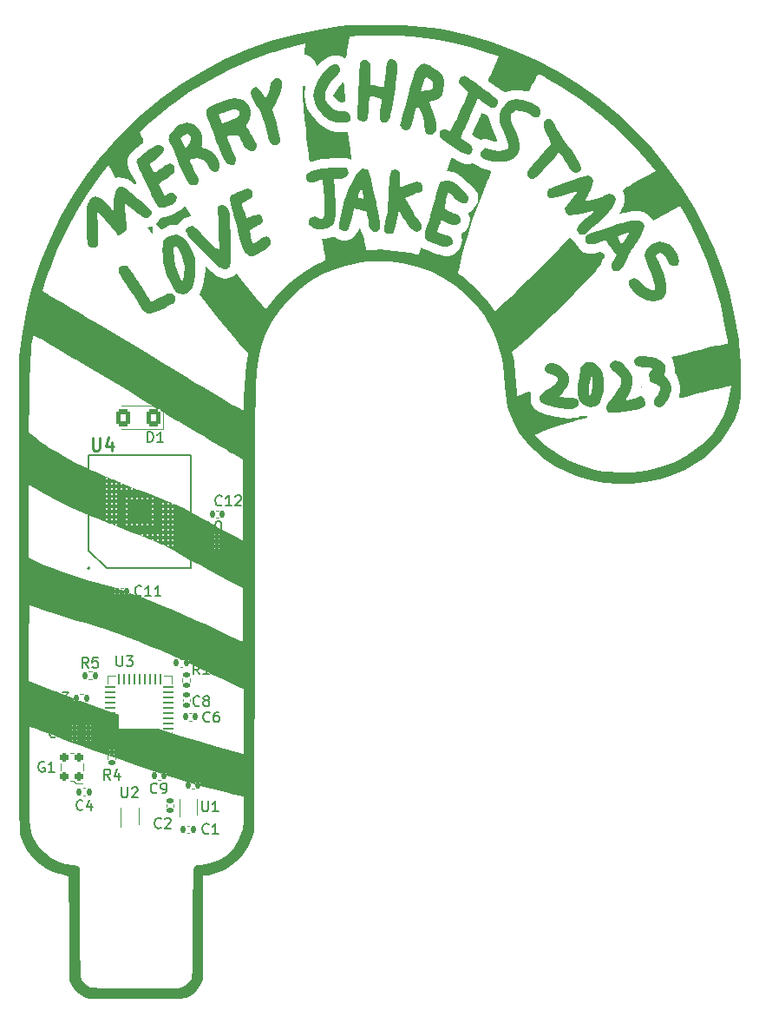
<source format=gto>
G04 #@! TF.GenerationSoftware,KiCad,Pcbnew,7.0.9*
G04 #@! TF.CreationDate,2023-12-10T17:48:38-07:00*
G04 #@! TF.ProjectId,chrimbus2023,63687269-6d62-4757-9332-3032332e6b69,rev?*
G04 #@! TF.SameCoordinates,Original*
G04 #@! TF.FileFunction,Legend,Top*
G04 #@! TF.FilePolarity,Positive*
%FSLAX46Y46*%
G04 Gerber Fmt 4.6, Leading zero omitted, Abs format (unit mm)*
G04 Created by KiCad (PCBNEW 7.0.9) date 2023-12-10 17:48:38*
%MOMM*%
%LPD*%
G01*
G04 APERTURE LIST*
G04 Aperture macros list*
%AMRoundRect*
0 Rectangle with rounded corners*
0 $1 Rounding radius*
0 $2 $3 $4 $5 $6 $7 $8 $9 X,Y pos of 4 corners*
0 Add a 4 corners polygon primitive as box body*
4,1,4,$2,$3,$4,$5,$6,$7,$8,$9,$2,$3,0*
0 Add four circle primitives for the rounded corners*
1,1,$1+$1,$2,$3*
1,1,$1+$1,$4,$5*
1,1,$1+$1,$6,$7*
1,1,$1+$1,$8,$9*
0 Add four rect primitives between the rounded corners*
20,1,$1+$1,$2,$3,$4,$5,0*
20,1,$1+$1,$4,$5,$6,$7,0*
20,1,$1+$1,$6,$7,$8,$9,0*
20,1,$1+$1,$8,$9,$2,$3,0*%
G04 Aperture macros list end*
%ADD10C,0.150000*%
%ADD11C,0.254000*%
%ADD12C,0.120000*%
%ADD13C,0.200000*%
%ADD14R,4.100000X4.100000*%
%ADD15RoundRect,0.062500X0.475000X-0.062500X0.475000X0.062500X-0.475000X0.062500X-0.475000X-0.062500X0*%
%ADD16RoundRect,0.062500X0.062500X-0.475000X0.062500X0.475000X-0.062500X0.475000X-0.062500X-0.475000X0*%
%ADD17C,3.200000*%
%ADD18RoundRect,0.250001X0.462499X0.624999X-0.462499X0.624999X-0.462499X-0.624999X0.462499X-0.624999X0*%
%ADD19C,0.290000*%
%ADD20RoundRect,0.140000X-0.170000X0.140000X-0.170000X-0.140000X0.170000X-0.140000X0.170000X0.140000X0*%
%ADD21R,0.280000X0.750000*%
%ADD22R,0.280000X0.850000*%
%ADD23RoundRect,0.140000X-0.140000X-0.170000X0.140000X-0.170000X0.140000X0.170000X-0.140000X0.170000X0*%
%ADD24R,0.375000X0.500000*%
%ADD25R,0.300000X0.650000*%
%ADD26RoundRect,0.140000X0.140000X0.170000X-0.140000X0.170000X-0.140000X-0.170000X0.140000X-0.170000X0*%
%ADD27RoundRect,0.200000X0.200000X0.250000X-0.200000X0.250000X-0.200000X-0.250000X0.200000X-0.250000X0*%
%ADD28R,1.900000X8.000000*%
%ADD29R,2.000000X7.500000*%
%ADD30RoundRect,0.135000X-0.185000X0.135000X-0.185000X-0.135000X0.185000X-0.135000X0.185000X0.135000X0*%
%ADD31RoundRect,0.135000X0.135000X0.185000X-0.135000X0.185000X-0.135000X-0.185000X0.135000X-0.185000X0*%
%ADD32RoundRect,0.135000X0.185000X-0.135000X0.185000X0.135000X-0.185000X0.135000X-0.185000X-0.135000X0*%
G04 APERTURE END LIST*
D10*
X72463729Y-125366318D02*
X72463729Y-126175841D01*
X72463729Y-126175841D02*
X72511348Y-126271079D01*
X72511348Y-126271079D02*
X72558967Y-126318699D01*
X72558967Y-126318699D02*
X72654205Y-126366318D01*
X72654205Y-126366318D02*
X72844681Y-126366318D01*
X72844681Y-126366318D02*
X72939919Y-126318699D01*
X72939919Y-126318699D02*
X72987538Y-126271079D01*
X72987538Y-126271079D02*
X73035157Y-126175841D01*
X73035157Y-126175841D02*
X73035157Y-125366318D01*
X73416110Y-125366318D02*
X74035157Y-125366318D01*
X74035157Y-125366318D02*
X73701824Y-125747270D01*
X73701824Y-125747270D02*
X73844681Y-125747270D01*
X73844681Y-125747270D02*
X73939919Y-125794889D01*
X73939919Y-125794889D02*
X73987538Y-125842508D01*
X73987538Y-125842508D02*
X74035157Y-125937746D01*
X74035157Y-125937746D02*
X74035157Y-126175841D01*
X74035157Y-126175841D02*
X73987538Y-126271079D01*
X73987538Y-126271079D02*
X73939919Y-126318699D01*
X73939919Y-126318699D02*
X73844681Y-126366318D01*
X73844681Y-126366318D02*
X73558967Y-126366318D01*
X73558967Y-126366318D02*
X73463729Y-126318699D01*
X73463729Y-126318699D02*
X73416110Y-126271079D01*
X75487539Y-104516318D02*
X75487539Y-103516318D01*
X75487539Y-103516318D02*
X75725634Y-103516318D01*
X75725634Y-103516318D02*
X75868491Y-103563937D01*
X75868491Y-103563937D02*
X75963729Y-103659175D01*
X75963729Y-103659175D02*
X76011348Y-103754413D01*
X76011348Y-103754413D02*
X76058967Y-103944889D01*
X76058967Y-103944889D02*
X76058967Y-104087746D01*
X76058967Y-104087746D02*
X76011348Y-104278222D01*
X76011348Y-104278222D02*
X75963729Y-104373460D01*
X75963729Y-104373460D02*
X75868491Y-104468699D01*
X75868491Y-104468699D02*
X75725634Y-104516318D01*
X75725634Y-104516318D02*
X75487539Y-104516318D01*
X77011348Y-104516318D02*
X76439920Y-104516318D01*
X76725634Y-104516318D02*
X76725634Y-103516318D01*
X76725634Y-103516318D02*
X76630396Y-103659175D01*
X76630396Y-103659175D02*
X76535158Y-103754413D01*
X76535158Y-103754413D02*
X76439920Y-103802032D01*
D11*
X70108014Y-104065817D02*
X70108014Y-105093912D01*
X70108014Y-105093912D02*
X70168491Y-105214864D01*
X70168491Y-105214864D02*
X70228967Y-105275341D01*
X70228967Y-105275341D02*
X70349919Y-105335817D01*
X70349919Y-105335817D02*
X70591824Y-105335817D01*
X70591824Y-105335817D02*
X70712776Y-105275341D01*
X70712776Y-105275341D02*
X70773253Y-105214864D01*
X70773253Y-105214864D02*
X70833729Y-105093912D01*
X70833729Y-105093912D02*
X70833729Y-104065817D01*
X71982776Y-104489150D02*
X71982776Y-105335817D01*
X71680395Y-104005341D02*
X71378014Y-104912483D01*
X71378014Y-104912483D02*
X72164205Y-104912483D01*
D10*
X80558967Y-130171079D02*
X80511348Y-130218699D01*
X80511348Y-130218699D02*
X80368491Y-130266318D01*
X80368491Y-130266318D02*
X80273253Y-130266318D01*
X80273253Y-130266318D02*
X80130396Y-130218699D01*
X80130396Y-130218699D02*
X80035158Y-130123460D01*
X80035158Y-130123460D02*
X79987539Y-130028222D01*
X79987539Y-130028222D02*
X79939920Y-129837746D01*
X79939920Y-129837746D02*
X79939920Y-129694889D01*
X79939920Y-129694889D02*
X79987539Y-129504413D01*
X79987539Y-129504413D02*
X80035158Y-129409175D01*
X80035158Y-129409175D02*
X80130396Y-129313937D01*
X80130396Y-129313937D02*
X80273253Y-129266318D01*
X80273253Y-129266318D02*
X80368491Y-129266318D01*
X80368491Y-129266318D02*
X80511348Y-129313937D01*
X80511348Y-129313937D02*
X80558967Y-129361556D01*
X81130396Y-129694889D02*
X81035158Y-129647270D01*
X81035158Y-129647270D02*
X80987539Y-129599651D01*
X80987539Y-129599651D02*
X80939920Y-129504413D01*
X80939920Y-129504413D02*
X80939920Y-129456794D01*
X80939920Y-129456794D02*
X80987539Y-129361556D01*
X80987539Y-129361556D02*
X81035158Y-129313937D01*
X81035158Y-129313937D02*
X81130396Y-129266318D01*
X81130396Y-129266318D02*
X81320872Y-129266318D01*
X81320872Y-129266318D02*
X81416110Y-129313937D01*
X81416110Y-129313937D02*
X81463729Y-129361556D01*
X81463729Y-129361556D02*
X81511348Y-129456794D01*
X81511348Y-129456794D02*
X81511348Y-129504413D01*
X81511348Y-129504413D02*
X81463729Y-129599651D01*
X81463729Y-129599651D02*
X81416110Y-129647270D01*
X81416110Y-129647270D02*
X81320872Y-129694889D01*
X81320872Y-129694889D02*
X81130396Y-129694889D01*
X81130396Y-129694889D02*
X81035158Y-129742508D01*
X81035158Y-129742508D02*
X80987539Y-129790127D01*
X80987539Y-129790127D02*
X80939920Y-129885365D01*
X80939920Y-129885365D02*
X80939920Y-130075841D01*
X80939920Y-130075841D02*
X80987539Y-130171079D01*
X80987539Y-130171079D02*
X81035158Y-130218699D01*
X81035158Y-130218699D02*
X81130396Y-130266318D01*
X81130396Y-130266318D02*
X81320872Y-130266318D01*
X81320872Y-130266318D02*
X81416110Y-130218699D01*
X81416110Y-130218699D02*
X81463729Y-130171079D01*
X81463729Y-130171079D02*
X81511348Y-130075841D01*
X81511348Y-130075841D02*
X81511348Y-129885365D01*
X81511348Y-129885365D02*
X81463729Y-129790127D01*
X81463729Y-129790127D02*
X81416110Y-129742508D01*
X81416110Y-129742508D02*
X81320872Y-129694889D01*
X80813729Y-139516318D02*
X80813729Y-140325841D01*
X80813729Y-140325841D02*
X80861348Y-140421079D01*
X80861348Y-140421079D02*
X80908967Y-140468699D01*
X80908967Y-140468699D02*
X81004205Y-140516318D01*
X81004205Y-140516318D02*
X81194681Y-140516318D01*
X81194681Y-140516318D02*
X81289919Y-140468699D01*
X81289919Y-140468699D02*
X81337538Y-140421079D01*
X81337538Y-140421079D02*
X81385157Y-140325841D01*
X81385157Y-140325841D02*
X81385157Y-139516318D01*
X82385157Y-140516318D02*
X81813729Y-140516318D01*
X82099443Y-140516318D02*
X82099443Y-139516318D01*
X82099443Y-139516318D02*
X82004205Y-139659175D01*
X82004205Y-139659175D02*
X81908967Y-139754413D01*
X81908967Y-139754413D02*
X81813729Y-139802032D01*
X69158967Y-140321079D02*
X69111348Y-140368699D01*
X69111348Y-140368699D02*
X68968491Y-140416318D01*
X68968491Y-140416318D02*
X68873253Y-140416318D01*
X68873253Y-140416318D02*
X68730396Y-140368699D01*
X68730396Y-140368699D02*
X68635158Y-140273460D01*
X68635158Y-140273460D02*
X68587539Y-140178222D01*
X68587539Y-140178222D02*
X68539920Y-139987746D01*
X68539920Y-139987746D02*
X68539920Y-139844889D01*
X68539920Y-139844889D02*
X68587539Y-139654413D01*
X68587539Y-139654413D02*
X68635158Y-139559175D01*
X68635158Y-139559175D02*
X68730396Y-139463937D01*
X68730396Y-139463937D02*
X68873253Y-139416318D01*
X68873253Y-139416318D02*
X68968491Y-139416318D01*
X68968491Y-139416318D02*
X69111348Y-139463937D01*
X69111348Y-139463937D02*
X69158967Y-139511556D01*
X70016110Y-139749651D02*
X70016110Y-140416318D01*
X69778015Y-139368699D02*
X69539920Y-140082984D01*
X69539920Y-140082984D02*
X70158967Y-140082984D01*
X72963729Y-138166318D02*
X72963729Y-138975841D01*
X72963729Y-138975841D02*
X73011348Y-139071079D01*
X73011348Y-139071079D02*
X73058967Y-139118699D01*
X73058967Y-139118699D02*
X73154205Y-139166318D01*
X73154205Y-139166318D02*
X73344681Y-139166318D01*
X73344681Y-139166318D02*
X73439919Y-139118699D01*
X73439919Y-139118699D02*
X73487538Y-139071079D01*
X73487538Y-139071079D02*
X73535157Y-138975841D01*
X73535157Y-138975841D02*
X73535157Y-138166318D01*
X73963729Y-138261556D02*
X74011348Y-138213937D01*
X74011348Y-138213937D02*
X74106586Y-138166318D01*
X74106586Y-138166318D02*
X74344681Y-138166318D01*
X74344681Y-138166318D02*
X74439919Y-138213937D01*
X74439919Y-138213937D02*
X74487538Y-138261556D01*
X74487538Y-138261556D02*
X74535157Y-138356794D01*
X74535157Y-138356794D02*
X74535157Y-138452032D01*
X74535157Y-138452032D02*
X74487538Y-138594889D01*
X74487538Y-138594889D02*
X73916110Y-139166318D01*
X73916110Y-139166318D02*
X74535157Y-139166318D01*
X82732776Y-110621079D02*
X82685157Y-110668699D01*
X82685157Y-110668699D02*
X82542300Y-110716318D01*
X82542300Y-110716318D02*
X82447062Y-110716318D01*
X82447062Y-110716318D02*
X82304205Y-110668699D01*
X82304205Y-110668699D02*
X82208967Y-110573460D01*
X82208967Y-110573460D02*
X82161348Y-110478222D01*
X82161348Y-110478222D02*
X82113729Y-110287746D01*
X82113729Y-110287746D02*
X82113729Y-110144889D01*
X82113729Y-110144889D02*
X82161348Y-109954413D01*
X82161348Y-109954413D02*
X82208967Y-109859175D01*
X82208967Y-109859175D02*
X82304205Y-109763937D01*
X82304205Y-109763937D02*
X82447062Y-109716318D01*
X82447062Y-109716318D02*
X82542300Y-109716318D01*
X82542300Y-109716318D02*
X82685157Y-109763937D01*
X82685157Y-109763937D02*
X82732776Y-109811556D01*
X83685157Y-110716318D02*
X83113729Y-110716318D01*
X83399443Y-110716318D02*
X83399443Y-109716318D01*
X83399443Y-109716318D02*
X83304205Y-109859175D01*
X83304205Y-109859175D02*
X83208967Y-109954413D01*
X83208967Y-109954413D02*
X83113729Y-110002032D01*
X84066110Y-109811556D02*
X84113729Y-109763937D01*
X84113729Y-109763937D02*
X84208967Y-109716318D01*
X84208967Y-109716318D02*
X84447062Y-109716318D01*
X84447062Y-109716318D02*
X84542300Y-109763937D01*
X84542300Y-109763937D02*
X84589919Y-109811556D01*
X84589919Y-109811556D02*
X84637538Y-109906794D01*
X84637538Y-109906794D02*
X84637538Y-110002032D01*
X84637538Y-110002032D02*
X84589919Y-110144889D01*
X84589919Y-110144889D02*
X84018491Y-110716318D01*
X84018491Y-110716318D02*
X84637538Y-110716318D01*
X65411348Y-135713937D02*
X65316110Y-135666318D01*
X65316110Y-135666318D02*
X65173253Y-135666318D01*
X65173253Y-135666318D02*
X65030396Y-135713937D01*
X65030396Y-135713937D02*
X64935158Y-135809175D01*
X64935158Y-135809175D02*
X64887539Y-135904413D01*
X64887539Y-135904413D02*
X64839920Y-136094889D01*
X64839920Y-136094889D02*
X64839920Y-136237746D01*
X64839920Y-136237746D02*
X64887539Y-136428222D01*
X64887539Y-136428222D02*
X64935158Y-136523460D01*
X64935158Y-136523460D02*
X65030396Y-136618699D01*
X65030396Y-136618699D02*
X65173253Y-136666318D01*
X65173253Y-136666318D02*
X65268491Y-136666318D01*
X65268491Y-136666318D02*
X65411348Y-136618699D01*
X65411348Y-136618699D02*
X65458967Y-136571079D01*
X65458967Y-136571079D02*
X65458967Y-136237746D01*
X65458967Y-136237746D02*
X65268491Y-136237746D01*
X66411348Y-136666318D02*
X65839920Y-136666318D01*
X66125634Y-136666318D02*
X66125634Y-135666318D01*
X66125634Y-135666318D02*
X66030396Y-135809175D01*
X66030396Y-135809175D02*
X65935158Y-135904413D01*
X65935158Y-135904413D02*
X65839920Y-135952032D01*
X78558967Y-125271079D02*
X78511348Y-125318699D01*
X78511348Y-125318699D02*
X78368491Y-125366318D01*
X78368491Y-125366318D02*
X78273253Y-125366318D01*
X78273253Y-125366318D02*
X78130396Y-125318699D01*
X78130396Y-125318699D02*
X78035158Y-125223460D01*
X78035158Y-125223460D02*
X77987539Y-125128222D01*
X77987539Y-125128222D02*
X77939920Y-124937746D01*
X77939920Y-124937746D02*
X77939920Y-124794889D01*
X77939920Y-124794889D02*
X77987539Y-124604413D01*
X77987539Y-124604413D02*
X78035158Y-124509175D01*
X78035158Y-124509175D02*
X78130396Y-124413937D01*
X78130396Y-124413937D02*
X78273253Y-124366318D01*
X78273253Y-124366318D02*
X78368491Y-124366318D01*
X78368491Y-124366318D02*
X78511348Y-124413937D01*
X78511348Y-124413937D02*
X78558967Y-124461556D01*
X79463729Y-124366318D02*
X78987539Y-124366318D01*
X78987539Y-124366318D02*
X78939920Y-124842508D01*
X78939920Y-124842508D02*
X78987539Y-124794889D01*
X78987539Y-124794889D02*
X79082777Y-124747270D01*
X79082777Y-124747270D02*
X79320872Y-124747270D01*
X79320872Y-124747270D02*
X79416110Y-124794889D01*
X79416110Y-124794889D02*
X79463729Y-124842508D01*
X79463729Y-124842508D02*
X79511348Y-124937746D01*
X79511348Y-124937746D02*
X79511348Y-125175841D01*
X79511348Y-125175841D02*
X79463729Y-125271079D01*
X79463729Y-125271079D02*
X79416110Y-125318699D01*
X79416110Y-125318699D02*
X79320872Y-125366318D01*
X79320872Y-125366318D02*
X79082777Y-125366318D01*
X79082777Y-125366318D02*
X78987539Y-125318699D01*
X78987539Y-125318699D02*
X78939920Y-125271079D01*
X66508967Y-133221079D02*
X66461348Y-133268699D01*
X66461348Y-133268699D02*
X66318491Y-133316318D01*
X66318491Y-133316318D02*
X66223253Y-133316318D01*
X66223253Y-133316318D02*
X66080396Y-133268699D01*
X66080396Y-133268699D02*
X65985158Y-133173460D01*
X65985158Y-133173460D02*
X65937539Y-133078222D01*
X65937539Y-133078222D02*
X65889920Y-132887746D01*
X65889920Y-132887746D02*
X65889920Y-132744889D01*
X65889920Y-132744889D02*
X65937539Y-132554413D01*
X65937539Y-132554413D02*
X65985158Y-132459175D01*
X65985158Y-132459175D02*
X66080396Y-132363937D01*
X66080396Y-132363937D02*
X66223253Y-132316318D01*
X66223253Y-132316318D02*
X66318491Y-132316318D01*
X66318491Y-132316318D02*
X66461348Y-132363937D01*
X66461348Y-132363937D02*
X66508967Y-132411556D01*
X66842301Y-132316318D02*
X67508967Y-132316318D01*
X67508967Y-132316318D02*
X67080396Y-133316318D01*
X71858967Y-137416318D02*
X71525634Y-136940127D01*
X71287539Y-137416318D02*
X71287539Y-136416318D01*
X71287539Y-136416318D02*
X71668491Y-136416318D01*
X71668491Y-136416318D02*
X71763729Y-136463937D01*
X71763729Y-136463937D02*
X71811348Y-136511556D01*
X71811348Y-136511556D02*
X71858967Y-136606794D01*
X71858967Y-136606794D02*
X71858967Y-136749651D01*
X71858967Y-136749651D02*
X71811348Y-136844889D01*
X71811348Y-136844889D02*
X71763729Y-136892508D01*
X71763729Y-136892508D02*
X71668491Y-136940127D01*
X71668491Y-136940127D02*
X71287539Y-136940127D01*
X72716110Y-136749651D02*
X72716110Y-137416318D01*
X72478015Y-136368699D02*
X72239920Y-137082984D01*
X72239920Y-137082984D02*
X72858967Y-137082984D01*
X81458967Y-142621079D02*
X81411348Y-142668699D01*
X81411348Y-142668699D02*
X81268491Y-142716318D01*
X81268491Y-142716318D02*
X81173253Y-142716318D01*
X81173253Y-142716318D02*
X81030396Y-142668699D01*
X81030396Y-142668699D02*
X80935158Y-142573460D01*
X80935158Y-142573460D02*
X80887539Y-142478222D01*
X80887539Y-142478222D02*
X80839920Y-142287746D01*
X80839920Y-142287746D02*
X80839920Y-142144889D01*
X80839920Y-142144889D02*
X80887539Y-141954413D01*
X80887539Y-141954413D02*
X80935158Y-141859175D01*
X80935158Y-141859175D02*
X81030396Y-141763937D01*
X81030396Y-141763937D02*
X81173253Y-141716318D01*
X81173253Y-141716318D02*
X81268491Y-141716318D01*
X81268491Y-141716318D02*
X81411348Y-141763937D01*
X81411348Y-141763937D02*
X81458967Y-141811556D01*
X82411348Y-142716318D02*
X81839920Y-142716318D01*
X82125634Y-142716318D02*
X82125634Y-141716318D01*
X82125634Y-141716318D02*
X82030396Y-141859175D01*
X82030396Y-141859175D02*
X81935158Y-141954413D01*
X81935158Y-141954413D02*
X81839920Y-142002032D01*
X79782567Y-137175679D02*
X79734948Y-137223299D01*
X79734948Y-137223299D02*
X79592091Y-137270918D01*
X79592091Y-137270918D02*
X79496853Y-137270918D01*
X79496853Y-137270918D02*
X79353996Y-137223299D01*
X79353996Y-137223299D02*
X79258758Y-137128060D01*
X79258758Y-137128060D02*
X79211139Y-137032822D01*
X79211139Y-137032822D02*
X79163520Y-136842346D01*
X79163520Y-136842346D02*
X79163520Y-136699489D01*
X79163520Y-136699489D02*
X79211139Y-136509013D01*
X79211139Y-136509013D02*
X79258758Y-136413775D01*
X79258758Y-136413775D02*
X79353996Y-136318537D01*
X79353996Y-136318537D02*
X79496853Y-136270918D01*
X79496853Y-136270918D02*
X79592091Y-136270918D01*
X79592091Y-136270918D02*
X79734948Y-136318537D01*
X79734948Y-136318537D02*
X79782567Y-136366156D01*
X80115901Y-136270918D02*
X80734948Y-136270918D01*
X80734948Y-136270918D02*
X80401615Y-136651870D01*
X80401615Y-136651870D02*
X80544472Y-136651870D01*
X80544472Y-136651870D02*
X80639710Y-136699489D01*
X80639710Y-136699489D02*
X80687329Y-136747108D01*
X80687329Y-136747108D02*
X80734948Y-136842346D01*
X80734948Y-136842346D02*
X80734948Y-137080441D01*
X80734948Y-137080441D02*
X80687329Y-137175679D01*
X80687329Y-137175679D02*
X80639710Y-137223299D01*
X80639710Y-137223299D02*
X80544472Y-137270918D01*
X80544472Y-137270918D02*
X80258758Y-137270918D01*
X80258758Y-137270918D02*
X80163520Y-137223299D01*
X80163520Y-137223299D02*
X80115901Y-137175679D01*
X76808967Y-142071079D02*
X76761348Y-142118699D01*
X76761348Y-142118699D02*
X76618491Y-142166318D01*
X76618491Y-142166318D02*
X76523253Y-142166318D01*
X76523253Y-142166318D02*
X76380396Y-142118699D01*
X76380396Y-142118699D02*
X76285158Y-142023460D01*
X76285158Y-142023460D02*
X76237539Y-141928222D01*
X76237539Y-141928222D02*
X76189920Y-141737746D01*
X76189920Y-141737746D02*
X76189920Y-141594889D01*
X76189920Y-141594889D02*
X76237539Y-141404413D01*
X76237539Y-141404413D02*
X76285158Y-141309175D01*
X76285158Y-141309175D02*
X76380396Y-141213937D01*
X76380396Y-141213937D02*
X76523253Y-141166318D01*
X76523253Y-141166318D02*
X76618491Y-141166318D01*
X76618491Y-141166318D02*
X76761348Y-141213937D01*
X76761348Y-141213937D02*
X76808967Y-141261556D01*
X77189920Y-141261556D02*
X77237539Y-141213937D01*
X77237539Y-141213937D02*
X77332777Y-141166318D01*
X77332777Y-141166318D02*
X77570872Y-141166318D01*
X77570872Y-141166318D02*
X77666110Y-141213937D01*
X77666110Y-141213937D02*
X77713729Y-141261556D01*
X77713729Y-141261556D02*
X77761348Y-141356794D01*
X77761348Y-141356794D02*
X77761348Y-141452032D01*
X77761348Y-141452032D02*
X77713729Y-141594889D01*
X77713729Y-141594889D02*
X77142301Y-142166318D01*
X77142301Y-142166318D02*
X77761348Y-142166318D01*
X66808967Y-129916318D02*
X66475634Y-129440127D01*
X66237539Y-129916318D02*
X66237539Y-128916318D01*
X66237539Y-128916318D02*
X66618491Y-128916318D01*
X66618491Y-128916318D02*
X66713729Y-128963937D01*
X66713729Y-128963937D02*
X66761348Y-129011556D01*
X66761348Y-129011556D02*
X66808967Y-129106794D01*
X66808967Y-129106794D02*
X66808967Y-129249651D01*
X66808967Y-129249651D02*
X66761348Y-129344889D01*
X66761348Y-129344889D02*
X66713729Y-129392508D01*
X66713729Y-129392508D02*
X66618491Y-129440127D01*
X66618491Y-129440127D02*
X66237539Y-129440127D01*
X67142301Y-128916318D02*
X67761348Y-128916318D01*
X67761348Y-128916318D02*
X67428015Y-129297270D01*
X67428015Y-129297270D02*
X67570872Y-129297270D01*
X67570872Y-129297270D02*
X67666110Y-129344889D01*
X67666110Y-129344889D02*
X67713729Y-129392508D01*
X67713729Y-129392508D02*
X67761348Y-129487746D01*
X67761348Y-129487746D02*
X67761348Y-129725841D01*
X67761348Y-129725841D02*
X67713729Y-129821079D01*
X67713729Y-129821079D02*
X67666110Y-129868699D01*
X67666110Y-129868699D02*
X67570872Y-129916318D01*
X67570872Y-129916318D02*
X67285158Y-129916318D01*
X67285158Y-129916318D02*
X67189920Y-129868699D01*
X67189920Y-129868699D02*
X67142301Y-129821079D01*
X74882776Y-119421079D02*
X74835157Y-119468699D01*
X74835157Y-119468699D02*
X74692300Y-119516318D01*
X74692300Y-119516318D02*
X74597062Y-119516318D01*
X74597062Y-119516318D02*
X74454205Y-119468699D01*
X74454205Y-119468699D02*
X74358967Y-119373460D01*
X74358967Y-119373460D02*
X74311348Y-119278222D01*
X74311348Y-119278222D02*
X74263729Y-119087746D01*
X74263729Y-119087746D02*
X74263729Y-118944889D01*
X74263729Y-118944889D02*
X74311348Y-118754413D01*
X74311348Y-118754413D02*
X74358967Y-118659175D01*
X74358967Y-118659175D02*
X74454205Y-118563937D01*
X74454205Y-118563937D02*
X74597062Y-118516318D01*
X74597062Y-118516318D02*
X74692300Y-118516318D01*
X74692300Y-118516318D02*
X74835157Y-118563937D01*
X74835157Y-118563937D02*
X74882776Y-118611556D01*
X75835157Y-119516318D02*
X75263729Y-119516318D01*
X75549443Y-119516318D02*
X75549443Y-118516318D01*
X75549443Y-118516318D02*
X75454205Y-118659175D01*
X75454205Y-118659175D02*
X75358967Y-118754413D01*
X75358967Y-118754413D02*
X75263729Y-118802032D01*
X76787538Y-119516318D02*
X76216110Y-119516318D01*
X76501824Y-119516318D02*
X76501824Y-118516318D01*
X76501824Y-118516318D02*
X76406586Y-118659175D01*
X76406586Y-118659175D02*
X76311348Y-118754413D01*
X76311348Y-118754413D02*
X76216110Y-118802032D01*
X80782776Y-113121079D02*
X80735157Y-113168699D01*
X80735157Y-113168699D02*
X80592300Y-113216318D01*
X80592300Y-113216318D02*
X80497062Y-113216318D01*
X80497062Y-113216318D02*
X80354205Y-113168699D01*
X80354205Y-113168699D02*
X80258967Y-113073460D01*
X80258967Y-113073460D02*
X80211348Y-112978222D01*
X80211348Y-112978222D02*
X80163729Y-112787746D01*
X80163729Y-112787746D02*
X80163729Y-112644889D01*
X80163729Y-112644889D02*
X80211348Y-112454413D01*
X80211348Y-112454413D02*
X80258967Y-112359175D01*
X80258967Y-112359175D02*
X80354205Y-112263937D01*
X80354205Y-112263937D02*
X80497062Y-112216318D01*
X80497062Y-112216318D02*
X80592300Y-112216318D01*
X80592300Y-112216318D02*
X80735157Y-112263937D01*
X80735157Y-112263937D02*
X80782776Y-112311556D01*
X81735157Y-113216318D02*
X81163729Y-113216318D01*
X81449443Y-113216318D02*
X81449443Y-112216318D01*
X81449443Y-112216318D02*
X81354205Y-112359175D01*
X81354205Y-112359175D02*
X81258967Y-112454413D01*
X81258967Y-112454413D02*
X81163729Y-112502032D01*
X82354205Y-112216318D02*
X82449443Y-112216318D01*
X82449443Y-112216318D02*
X82544681Y-112263937D01*
X82544681Y-112263937D02*
X82592300Y-112311556D01*
X82592300Y-112311556D02*
X82639919Y-112406794D01*
X82639919Y-112406794D02*
X82687538Y-112597270D01*
X82687538Y-112597270D02*
X82687538Y-112835365D01*
X82687538Y-112835365D02*
X82639919Y-113025841D01*
X82639919Y-113025841D02*
X82592300Y-113121079D01*
X82592300Y-113121079D02*
X82544681Y-113168699D01*
X82544681Y-113168699D02*
X82449443Y-113216318D01*
X82449443Y-113216318D02*
X82354205Y-113216318D01*
X82354205Y-113216318D02*
X82258967Y-113168699D01*
X82258967Y-113168699D02*
X82211348Y-113121079D01*
X82211348Y-113121079D02*
X82163729Y-113025841D01*
X82163729Y-113025841D02*
X82116110Y-112835365D01*
X82116110Y-112835365D02*
X82116110Y-112597270D01*
X82116110Y-112597270D02*
X82163729Y-112406794D01*
X82163729Y-112406794D02*
X82211348Y-112311556D01*
X82211348Y-112311556D02*
X82258967Y-112263937D01*
X82258967Y-112263937D02*
X82354205Y-112216318D01*
X76408967Y-138671079D02*
X76361348Y-138718699D01*
X76361348Y-138718699D02*
X76218491Y-138766318D01*
X76218491Y-138766318D02*
X76123253Y-138766318D01*
X76123253Y-138766318D02*
X75980396Y-138718699D01*
X75980396Y-138718699D02*
X75885158Y-138623460D01*
X75885158Y-138623460D02*
X75837539Y-138528222D01*
X75837539Y-138528222D02*
X75789920Y-138337746D01*
X75789920Y-138337746D02*
X75789920Y-138194889D01*
X75789920Y-138194889D02*
X75837539Y-138004413D01*
X75837539Y-138004413D02*
X75885158Y-137909175D01*
X75885158Y-137909175D02*
X75980396Y-137813937D01*
X75980396Y-137813937D02*
X76123253Y-137766318D01*
X76123253Y-137766318D02*
X76218491Y-137766318D01*
X76218491Y-137766318D02*
X76361348Y-137813937D01*
X76361348Y-137813937D02*
X76408967Y-137861556D01*
X76885158Y-138766318D02*
X77075634Y-138766318D01*
X77075634Y-138766318D02*
X77170872Y-138718699D01*
X77170872Y-138718699D02*
X77218491Y-138671079D01*
X77218491Y-138671079D02*
X77313729Y-138528222D01*
X77313729Y-138528222D02*
X77361348Y-138337746D01*
X77361348Y-138337746D02*
X77361348Y-137956794D01*
X77361348Y-137956794D02*
X77313729Y-137861556D01*
X77313729Y-137861556D02*
X77266110Y-137813937D01*
X77266110Y-137813937D02*
X77170872Y-137766318D01*
X77170872Y-137766318D02*
X76980396Y-137766318D01*
X76980396Y-137766318D02*
X76885158Y-137813937D01*
X76885158Y-137813937D02*
X76837539Y-137861556D01*
X76837539Y-137861556D02*
X76789920Y-137956794D01*
X76789920Y-137956794D02*
X76789920Y-138194889D01*
X76789920Y-138194889D02*
X76837539Y-138290127D01*
X76837539Y-138290127D02*
X76885158Y-138337746D01*
X76885158Y-138337746D02*
X76980396Y-138385365D01*
X76980396Y-138385365D02*
X77170872Y-138385365D01*
X77170872Y-138385365D02*
X77266110Y-138337746D01*
X77266110Y-138337746D02*
X77313729Y-138290127D01*
X77313729Y-138290127D02*
X77361348Y-138194889D01*
X69558967Y-131616318D02*
X69225634Y-131140127D01*
X68987539Y-131616318D02*
X68987539Y-130616318D01*
X68987539Y-130616318D02*
X69368491Y-130616318D01*
X69368491Y-130616318D02*
X69463729Y-130663937D01*
X69463729Y-130663937D02*
X69511348Y-130711556D01*
X69511348Y-130711556D02*
X69558967Y-130806794D01*
X69558967Y-130806794D02*
X69558967Y-130949651D01*
X69558967Y-130949651D02*
X69511348Y-131044889D01*
X69511348Y-131044889D02*
X69463729Y-131092508D01*
X69463729Y-131092508D02*
X69368491Y-131140127D01*
X69368491Y-131140127D02*
X68987539Y-131140127D01*
X69939920Y-130711556D02*
X69987539Y-130663937D01*
X69987539Y-130663937D02*
X70082777Y-130616318D01*
X70082777Y-130616318D02*
X70320872Y-130616318D01*
X70320872Y-130616318D02*
X70416110Y-130663937D01*
X70416110Y-130663937D02*
X70463729Y-130711556D01*
X70463729Y-130711556D02*
X70511348Y-130806794D01*
X70511348Y-130806794D02*
X70511348Y-130902032D01*
X70511348Y-130902032D02*
X70463729Y-131044889D01*
X70463729Y-131044889D02*
X69892301Y-131616318D01*
X69892301Y-131616318D02*
X70511348Y-131616318D01*
X81558967Y-131721079D02*
X81511348Y-131768699D01*
X81511348Y-131768699D02*
X81368491Y-131816318D01*
X81368491Y-131816318D02*
X81273253Y-131816318D01*
X81273253Y-131816318D02*
X81130396Y-131768699D01*
X81130396Y-131768699D02*
X81035158Y-131673460D01*
X81035158Y-131673460D02*
X80987539Y-131578222D01*
X80987539Y-131578222D02*
X80939920Y-131387746D01*
X80939920Y-131387746D02*
X80939920Y-131244889D01*
X80939920Y-131244889D02*
X80987539Y-131054413D01*
X80987539Y-131054413D02*
X81035158Y-130959175D01*
X81035158Y-130959175D02*
X81130396Y-130863937D01*
X81130396Y-130863937D02*
X81273253Y-130816318D01*
X81273253Y-130816318D02*
X81368491Y-130816318D01*
X81368491Y-130816318D02*
X81511348Y-130863937D01*
X81511348Y-130863937D02*
X81558967Y-130911556D01*
X82416110Y-130816318D02*
X82225634Y-130816318D01*
X82225634Y-130816318D02*
X82130396Y-130863937D01*
X82130396Y-130863937D02*
X82082777Y-130911556D01*
X82082777Y-130911556D02*
X81987539Y-131054413D01*
X81987539Y-131054413D02*
X81939920Y-131244889D01*
X81939920Y-131244889D02*
X81939920Y-131625841D01*
X81939920Y-131625841D02*
X81987539Y-131721079D01*
X81987539Y-131721079D02*
X82035158Y-131768699D01*
X82035158Y-131768699D02*
X82130396Y-131816318D01*
X82130396Y-131816318D02*
X82320872Y-131816318D01*
X82320872Y-131816318D02*
X82416110Y-131768699D01*
X82416110Y-131768699D02*
X82463729Y-131721079D01*
X82463729Y-131721079D02*
X82511348Y-131625841D01*
X82511348Y-131625841D02*
X82511348Y-131387746D01*
X82511348Y-131387746D02*
X82463729Y-131292508D01*
X82463729Y-131292508D02*
X82416110Y-131244889D01*
X82416110Y-131244889D02*
X82320872Y-131197270D01*
X82320872Y-131197270D02*
X82130396Y-131197270D01*
X82130396Y-131197270D02*
X82035158Y-131244889D01*
X82035158Y-131244889D02*
X81987539Y-131292508D01*
X81987539Y-131292508D02*
X81939920Y-131387746D01*
X69708967Y-126516318D02*
X69375634Y-126040127D01*
X69137539Y-126516318D02*
X69137539Y-125516318D01*
X69137539Y-125516318D02*
X69518491Y-125516318D01*
X69518491Y-125516318D02*
X69613729Y-125563937D01*
X69613729Y-125563937D02*
X69661348Y-125611556D01*
X69661348Y-125611556D02*
X69708967Y-125706794D01*
X69708967Y-125706794D02*
X69708967Y-125849651D01*
X69708967Y-125849651D02*
X69661348Y-125944889D01*
X69661348Y-125944889D02*
X69613729Y-125992508D01*
X69613729Y-125992508D02*
X69518491Y-126040127D01*
X69518491Y-126040127D02*
X69137539Y-126040127D01*
X70613729Y-125516318D02*
X70137539Y-125516318D01*
X70137539Y-125516318D02*
X70089920Y-125992508D01*
X70089920Y-125992508D02*
X70137539Y-125944889D01*
X70137539Y-125944889D02*
X70232777Y-125897270D01*
X70232777Y-125897270D02*
X70470872Y-125897270D01*
X70470872Y-125897270D02*
X70566110Y-125944889D01*
X70566110Y-125944889D02*
X70613729Y-125992508D01*
X70613729Y-125992508D02*
X70661348Y-126087746D01*
X70661348Y-126087746D02*
X70661348Y-126325841D01*
X70661348Y-126325841D02*
X70613729Y-126421079D01*
X70613729Y-126421079D02*
X70566110Y-126468699D01*
X70566110Y-126468699D02*
X70470872Y-126516318D01*
X70470872Y-126516318D02*
X70232777Y-126516318D01*
X70232777Y-126516318D02*
X70137539Y-126468699D01*
X70137539Y-126468699D02*
X70089920Y-126421079D01*
X80558967Y-127166318D02*
X80225634Y-126690127D01*
X79987539Y-127166318D02*
X79987539Y-126166318D01*
X79987539Y-126166318D02*
X80368491Y-126166318D01*
X80368491Y-126166318D02*
X80463729Y-126213937D01*
X80463729Y-126213937D02*
X80511348Y-126261556D01*
X80511348Y-126261556D02*
X80558967Y-126356794D01*
X80558967Y-126356794D02*
X80558967Y-126499651D01*
X80558967Y-126499651D02*
X80511348Y-126594889D01*
X80511348Y-126594889D02*
X80463729Y-126642508D01*
X80463729Y-126642508D02*
X80368491Y-126690127D01*
X80368491Y-126690127D02*
X79987539Y-126690127D01*
X81511348Y-127166318D02*
X80939920Y-127166318D01*
X81225634Y-127166318D02*
X81225634Y-126166318D01*
X81225634Y-126166318D02*
X81130396Y-126309175D01*
X81130396Y-126309175D02*
X81035158Y-126404413D01*
X81035158Y-126404413D02*
X80939920Y-126452032D01*
D12*
X71605234Y-128048299D02*
X71605234Y-127323299D01*
X77825234Y-128048299D02*
X77825234Y-127323299D01*
X77825234Y-133543299D02*
X77100234Y-133543299D01*
X71605234Y-132818299D02*
X71605234Y-133543299D01*
X77825234Y-132818299D02*
X77825234Y-133543299D01*
X71605234Y-127323299D02*
X72330234Y-127323299D01*
X77825234Y-127323299D02*
X77100234Y-127323299D01*
X77023134Y-100976499D02*
X72963134Y-100976499D01*
X77023134Y-103246499D02*
X77023134Y-100976499D01*
X72963134Y-103246499D02*
X77023134Y-103246499D01*
G36*
X94623679Y-69427322D02*
G01*
X94638519Y-69513871D01*
X94662347Y-69727252D01*
X94691497Y-70025438D01*
X94722303Y-70366401D01*
X94751097Y-70708114D01*
X94774215Y-71008549D01*
X94787990Y-71225679D01*
X94788755Y-71317477D01*
X94788595Y-71317775D01*
X94710685Y-71341209D01*
X94532580Y-71382230D01*
X94525691Y-71383706D01*
X94357382Y-71398763D01*
X94209763Y-71342724D01*
X94029143Y-71189857D01*
X93944912Y-71105358D01*
X93619742Y-70772354D01*
X93897694Y-70250863D01*
X94069104Y-69966157D01*
X94255970Y-69712715D01*
X94430943Y-69521557D01*
X94566678Y-69423707D01*
X94623679Y-69427322D01*
G37*
G36*
X99597748Y-67271950D02*
G01*
X99798854Y-67450710D01*
X99899629Y-67681556D01*
X99902727Y-67729332D01*
X99893687Y-67881976D01*
X99869584Y-68165213D01*
X99833876Y-68541320D01*
X99790021Y-68972571D01*
X99780398Y-69063804D01*
X99727532Y-69532345D01*
X99668637Y-69987372D01*
X99598308Y-70462924D01*
X99511141Y-70993038D01*
X99401730Y-71611755D01*
X99264671Y-72353113D01*
X99222644Y-72576499D01*
X99149579Y-72874949D01*
X99059878Y-73120710D01*
X98994094Y-73232665D01*
X98782187Y-73356728D01*
X98524209Y-73364354D01*
X98296373Y-73256241D01*
X98265756Y-73225998D01*
X98165939Y-73006724D01*
X98131171Y-72661575D01*
X98161683Y-72221113D01*
X98254327Y-71729832D01*
X98319526Y-71446684D01*
X98364523Y-71226245D01*
X98378311Y-71130540D01*
X98303675Y-71064847D01*
X98111657Y-70989216D01*
X97852537Y-70917465D01*
X97576592Y-70863415D01*
X97334100Y-70840883D01*
X97324285Y-70840832D01*
X97244292Y-70847286D01*
X97187757Y-70884638D01*
X97148400Y-70979874D01*
X97119938Y-71159980D01*
X97096090Y-71451942D01*
X97070575Y-71882746D01*
X97067056Y-71945895D01*
X97039991Y-72399304D01*
X97013772Y-72713956D01*
X96981937Y-72920267D01*
X96938022Y-73048654D01*
X96875565Y-73129536D01*
X96804229Y-73182895D01*
X96532978Y-73271021D01*
X96263970Y-73208997D01*
X96052814Y-73014024D01*
X96005809Y-72919892D01*
X95976130Y-72790029D01*
X95963107Y-72597333D01*
X95966073Y-72314703D01*
X95984358Y-71915038D01*
X96013678Y-71427868D01*
X96049905Y-70824882D01*
X96086806Y-70153262D01*
X96120522Y-69486794D01*
X96147194Y-68899263D01*
X96151725Y-68788135D01*
X96176305Y-68318226D01*
X96208703Y-67916411D01*
X96245708Y-67613310D01*
X96284104Y-67439543D01*
X96295623Y-67416936D01*
X96446205Y-67305004D01*
X96618540Y-67239023D01*
X96814038Y-67231727D01*
X96994859Y-67336537D01*
X97071616Y-67408450D01*
X97164695Y-67507040D01*
X97226734Y-67604647D01*
X97262867Y-67734957D01*
X97278226Y-67931654D01*
X97277945Y-68228424D01*
X97267156Y-68658952D01*
X97266376Y-68686580D01*
X97236634Y-69740206D01*
X97451016Y-69740185D01*
X97657424Y-69761425D01*
X97943389Y-69815534D01*
X98103273Y-69853748D01*
X98377494Y-69913792D01*
X98526476Y-69914137D01*
X98579333Y-69867822D01*
X98601343Y-69750330D01*
X98634714Y-69498721D01*
X98675273Y-69147501D01*
X98718849Y-68731173D01*
X98728306Y-68635509D01*
X98787588Y-68103455D01*
X98852024Y-67718328D01*
X98931345Y-67457781D01*
X99035280Y-67299469D01*
X99173560Y-67221046D01*
X99353301Y-67200165D01*
X99597748Y-67271950D01*
G37*
G36*
X94048281Y-67729058D02*
G01*
X94233713Y-67899834D01*
X94313475Y-68145524D01*
X94281739Y-68404275D01*
X94132677Y-68614234D01*
X94131756Y-68614957D01*
X93696635Y-69013115D01*
X93334413Y-69458213D01*
X93057905Y-69922984D01*
X92879926Y-70380159D01*
X92813290Y-70802469D01*
X92870812Y-71162646D01*
X92901941Y-71231884D01*
X93031429Y-71419848D01*
X93241068Y-71662472D01*
X93457947Y-71880664D01*
X93696798Y-72091439D01*
X93896791Y-72217879D01*
X94113931Y-72278315D01*
X94404227Y-72291078D01*
X94682270Y-72281403D01*
X95015040Y-72326002D01*
X95233780Y-72490208D01*
X95328452Y-72765402D01*
X95331634Y-72838820D01*
X95287770Y-73083888D01*
X95143309Y-73248299D01*
X94878945Y-73342791D01*
X94475373Y-73378097D01*
X94360295Y-73378972D01*
X93827640Y-73338269D01*
X93409503Y-73215600D01*
X93398768Y-73210779D01*
X93166299Y-73071464D01*
X92873521Y-72848752D01*
X92574146Y-72584436D01*
X92496578Y-72508788D01*
X92075262Y-72009222D01*
X91812416Y-71503998D01*
X91697924Y-70971561D01*
X91690967Y-70792050D01*
X91752931Y-70323395D01*
X91923967Y-69792376D01*
X92181792Y-69243492D01*
X92504125Y-68721242D01*
X92868682Y-68270126D01*
X93035702Y-68106553D01*
X93371806Y-67835939D01*
X93644080Y-67695898D01*
X93881753Y-67675534D01*
X94048281Y-67729058D01*
G37*
G36*
X102726916Y-67655379D02*
G01*
X103036819Y-67804682D01*
X103379046Y-68022998D01*
X103786842Y-68305257D01*
X104073211Y-68529028D01*
X104259384Y-68727047D01*
X104366595Y-68932053D01*
X104416074Y-69176782D01*
X104429054Y-69493971D01*
X104428825Y-69641618D01*
X104395102Y-70196994D01*
X104293085Y-70612494D01*
X104109937Y-70908235D01*
X103832818Y-71104337D01*
X103448889Y-71220919D01*
X103417301Y-71226689D01*
X103190334Y-71271600D01*
X103041863Y-71309963D01*
X103023027Y-71317737D01*
X103028783Y-71403962D01*
X103091255Y-71608071D01*
X103198419Y-71893196D01*
X103257753Y-72037476D01*
X103431188Y-72509523D01*
X103563255Y-72990013D01*
X103646526Y-73438671D01*
X103673570Y-73815221D01*
X103636958Y-74079387D01*
X103635266Y-74083931D01*
X103466387Y-74359832D01*
X103234260Y-74526185D01*
X102978597Y-74569542D01*
X102739110Y-74476455D01*
X102668423Y-74411332D01*
X102579325Y-74240742D01*
X102535564Y-73958695D01*
X102528301Y-73706262D01*
X102489916Y-73290583D01*
X102386919Y-72841932D01*
X102237541Y-72415960D01*
X102060016Y-72068319D01*
X101940980Y-71913596D01*
X101866307Y-71847900D01*
X101807620Y-71848448D01*
X101748572Y-71939660D01*
X101672820Y-72145953D01*
X101572606Y-72463929D01*
X101463530Y-72832917D01*
X101368457Y-73182842D01*
X101304300Y-73450707D01*
X101294928Y-73498264D01*
X101175687Y-73839621D01*
X100974660Y-74061988D01*
X100712385Y-74142812D01*
X100707967Y-74142832D01*
X100460067Y-74069418D01*
X100258630Y-73885945D01*
X100160093Y-73647566D01*
X100157634Y-73605002D01*
X100181606Y-73447342D01*
X100250183Y-73146143D01*
X100358353Y-72719766D01*
X100501103Y-72186575D01*
X100673424Y-71564931D01*
X100870303Y-70873196D01*
X101045621Y-70270945D01*
X102190768Y-70270945D01*
X102259428Y-70306889D01*
X102380134Y-70296990D01*
X102589844Y-70257575D01*
X102860537Y-70210906D01*
X102909106Y-70202939D01*
X103175968Y-70135799D01*
X103316488Y-70015259D01*
X103368758Y-69795619D01*
X103373671Y-69645583D01*
X103354136Y-69442339D01*
X103267501Y-69294293D01*
X103074905Y-69141150D01*
X103028532Y-69110074D01*
X102819527Y-68986932D01*
X102671079Y-68927381D01*
X102632606Y-68930305D01*
X102586838Y-69027510D01*
X102508779Y-69237988D01*
X102414574Y-69512751D01*
X102320368Y-69802812D01*
X102242305Y-70059186D01*
X102196530Y-70232885D01*
X102190768Y-70270945D01*
X101045621Y-70270945D01*
X101086729Y-70129732D01*
X101317690Y-69352902D01*
X101322504Y-69336880D01*
X101473145Y-68843340D01*
X101590630Y-68484743D01*
X101687600Y-68233010D01*
X101776698Y-68060064D01*
X101870566Y-67937823D01*
X101981844Y-67838210D01*
X102005460Y-67819935D01*
X102246518Y-67668221D01*
X102475243Y-67611630D01*
X102726916Y-67655379D01*
G37*
G36*
X108466700Y-72614656D02*
G01*
X108665689Y-72713364D01*
X108785457Y-72819448D01*
X108860515Y-72983776D01*
X108925375Y-73257216D01*
X108935219Y-73305201D01*
X109028779Y-73652407D01*
X109172140Y-74062380D01*
X109334966Y-74448717D01*
X109341724Y-74463022D01*
X109515971Y-74834051D01*
X109612235Y-75071564D01*
X109624003Y-75195557D01*
X109544762Y-75226024D01*
X109368003Y-75182960D01*
X109133458Y-75102512D01*
X108613141Y-75004866D01*
X108285340Y-75012070D01*
X108001087Y-75027919D01*
X107809393Y-74996713D01*
X107635436Y-74897020D01*
X107497836Y-74786522D01*
X107178606Y-74518513D01*
X107512501Y-73801506D01*
X107678021Y-73442047D01*
X107831428Y-73101894D01*
X107947434Y-72837360D01*
X107976252Y-72768856D01*
X108106108Y-72453214D01*
X108466700Y-72614656D01*
G37*
G36*
X88255235Y-69026374D02*
G01*
X88453939Y-69112764D01*
X88574695Y-69264651D01*
X88618477Y-69500318D01*
X88586260Y-69838048D01*
X88479019Y-70296125D01*
X88346607Y-70740219D01*
X88212120Y-71108833D01*
X88052857Y-71462380D01*
X87900834Y-71730599D01*
X87885043Y-71753102D01*
X87633950Y-72099726D01*
X87889604Y-72846112D01*
X88065598Y-73398265D01*
X88221532Y-73977914D01*
X88372117Y-74642088D01*
X88445748Y-75002285D01*
X88424610Y-75250873D01*
X88283128Y-75440697D01*
X88065957Y-75551069D01*
X87817754Y-75561299D01*
X87583171Y-75450698D01*
X87547798Y-75418329D01*
X87408686Y-75207670D01*
X87288319Y-74906188D01*
X87214668Y-74592140D01*
X87204106Y-74456726D01*
X87178681Y-74322487D01*
X87109454Y-74062832D01*
X87006441Y-73712900D01*
X86879655Y-73307828D01*
X86854202Y-73229060D01*
X86652833Y-72650470D01*
X86472926Y-72224320D01*
X86308034Y-71936035D01*
X86249058Y-71860842D01*
X86077812Y-71627491D01*
X85886783Y-71311215D01*
X85737648Y-71022104D01*
X85606114Y-70728974D01*
X85543435Y-70539567D01*
X85541201Y-70406924D01*
X85591003Y-70284089D01*
X85601958Y-70264457D01*
X85810812Y-70000979D01*
X86037372Y-69902757D01*
X86272664Y-69967831D01*
X86507715Y-70194238D01*
X86696389Y-70503662D01*
X86836206Y-70759697D01*
X86955834Y-70941818D01*
X87028616Y-71010165D01*
X87091964Y-70933365D01*
X87185648Y-70723983D01*
X87298280Y-70413552D01*
X87418468Y-70033601D01*
X87534824Y-69615662D01*
X87540996Y-69591772D01*
X87684382Y-69261967D01*
X87900608Y-69063364D01*
X88169886Y-69011629D01*
X88255235Y-69026374D01*
G37*
G36*
X106563404Y-68857142D02*
G01*
X106786399Y-68986391D01*
X107064791Y-69173061D01*
X107199074Y-69270502D01*
X107519539Y-69506501D01*
X107924756Y-69801593D01*
X108361286Y-70117009D01*
X108750906Y-70396307D01*
X109096629Y-70652190D01*
X109388700Y-70885867D01*
X109600371Y-71074628D01*
X109704895Y-71195767D01*
X109710904Y-71211333D01*
X109702389Y-71522326D01*
X109567748Y-71756697D01*
X109339829Y-71886832D01*
X109051478Y-71885113D01*
X108949691Y-71851333D01*
X108761107Y-71750502D01*
X108498058Y-71582131D01*
X108231121Y-71392625D01*
X107748690Y-71031730D01*
X107100421Y-72523781D01*
X106881749Y-73023030D01*
X106670188Y-73498720D01*
X106480940Y-73917214D01*
X106329205Y-74244874D01*
X106235402Y-74437971D01*
X106018653Y-74860110D01*
X106563200Y-75225419D01*
X106935959Y-75508318D01*
X107154481Y-75758788D01*
X107227413Y-75990683D01*
X107172304Y-76201542D01*
X107059564Y-76374915D01*
X106927276Y-76476642D01*
X106756656Y-76501684D01*
X106528921Y-76445000D01*
X106225287Y-76301553D01*
X105826969Y-76066302D01*
X105315183Y-75734209D01*
X105237634Y-75682524D01*
X104807270Y-75387426D01*
X104446802Y-75125204D01*
X104176452Y-74911550D01*
X104016441Y-74762154D01*
X103981303Y-74707635D01*
X103986782Y-74385984D01*
X104118971Y-74156428D01*
X104351115Y-74039486D01*
X104656463Y-74055677D01*
X104777171Y-74097216D01*
X105070609Y-74219822D01*
X105479714Y-73398160D01*
X105677313Y-72986992D01*
X105908437Y-72483909D01*
X106143596Y-71954170D01*
X106343368Y-71486883D01*
X106797918Y-70397268D01*
X106354763Y-70005217D01*
X106108216Y-69771906D01*
X105971992Y-69594322D01*
X105918110Y-69430482D01*
X105913288Y-69342799D01*
X105988595Y-69077090D01*
X106179379Y-68882929D01*
X106434746Y-68808832D01*
X106563404Y-68857142D01*
G37*
G36*
X112067373Y-71173128D02*
G01*
X112624052Y-71304455D01*
X113097594Y-71488334D01*
X113473633Y-71711630D01*
X113737807Y-71961208D01*
X113875748Y-72223934D01*
X113873093Y-72486671D01*
X113744095Y-72706304D01*
X113562737Y-72839686D01*
X113347007Y-72853024D01*
X113066887Y-72743501D01*
X112865046Y-72623832D01*
X112380982Y-72384101D01*
X111847424Y-72234468D01*
X111480556Y-72197568D01*
X111278873Y-72245366D01*
X111113088Y-72416904D01*
X111078706Y-72470665D01*
X110966735Y-72690276D01*
X110925334Y-72898276D01*
X110959471Y-73134818D01*
X111074118Y-73440052D01*
X111242065Y-73790437D01*
X111555034Y-74479576D01*
X111746760Y-75069743D01*
X111819222Y-75578112D01*
X111774400Y-76021857D01*
X111614273Y-76418153D01*
X111555887Y-76512687D01*
X111353187Y-76772054D01*
X111122994Y-76952933D01*
X110829847Y-77069657D01*
X110438282Y-77136563D01*
X109936634Y-77167236D01*
X109480286Y-77173106D01*
X109137024Y-77152561D01*
X108851865Y-77099860D01*
X108628471Y-77030635D01*
X108354025Y-76913796D01*
X108137264Y-76787016D01*
X108053382Y-76711332D01*
X107964173Y-76461728D01*
X108023555Y-76201173D01*
X108213117Y-75982906D01*
X108348442Y-75891342D01*
X108466321Y-75859140D01*
X108625483Y-75885221D01*
X108884653Y-75968508D01*
X108890450Y-75970475D01*
X109328599Y-76077969D01*
X109775407Y-76117679D01*
X110179488Y-76089676D01*
X110489458Y-75994031D01*
X110533531Y-75968179D01*
X110679313Y-75849161D01*
X110730875Y-75708673D01*
X110715236Y-75478098D01*
X110658209Y-75256524D01*
X110541637Y-74935556D01*
X110384892Y-74565623D01*
X110274428Y-74330517D01*
X110027610Y-73787587D01*
X109877559Y-73344677D01*
X109820729Y-72965386D01*
X109853572Y-72613313D01*
X109972542Y-72252056D01*
X110054567Y-72074084D01*
X110322306Y-71633640D01*
X110634710Y-71333782D01*
X111014975Y-71164126D01*
X111486295Y-71114290D01*
X112067373Y-71173128D01*
G37*
G36*
X84494674Y-71047668D02*
G01*
X84806560Y-71150398D01*
X85138692Y-71394659D01*
X85382854Y-71745586D01*
X85530988Y-72162010D01*
X85575041Y-72602761D01*
X85506956Y-73026669D01*
X85318677Y-73392564D01*
X85258998Y-73462611D01*
X85119899Y-73632637D01*
X85102510Y-73725752D01*
X85146057Y-73756546D01*
X85234704Y-73850836D01*
X85364782Y-74060879D01*
X85512067Y-74346338D01*
X85553077Y-74434258D01*
X85710862Y-74755485D01*
X85867931Y-75033929D01*
X85994835Y-75218179D01*
X86014373Y-75239571D01*
X86156096Y-75481106D01*
X86161074Y-75741522D01*
X86048738Y-75974249D01*
X85838517Y-76132716D01*
X85624191Y-76174832D01*
X85394423Y-76100314D01*
X85142964Y-75899942D01*
X84901720Y-75608488D01*
X84702600Y-75260723D01*
X84636382Y-75098344D01*
X84525817Y-74845481D01*
X84408330Y-74664387D01*
X84344014Y-74611278D01*
X84191488Y-74592141D01*
X83951080Y-74598737D01*
X83681829Y-74624730D01*
X83442770Y-74663784D01*
X83292942Y-74709561D01*
X83272313Y-74726309D01*
X83282315Y-74833513D01*
X83347535Y-75054908D01*
X83452377Y-75350870D01*
X83581242Y-75681773D01*
X83718533Y-76007995D01*
X83848655Y-76289911D01*
X83956009Y-76487897D01*
X83979082Y-76521843D01*
X84128630Y-76820255D01*
X84147920Y-77095827D01*
X84060021Y-77321358D01*
X83887999Y-77469647D01*
X83654921Y-77513494D01*
X83383855Y-77425698D01*
X83275246Y-77351813D01*
X83108863Y-77184763D01*
X82942674Y-76937386D01*
X82766818Y-76589725D01*
X82571433Y-76121824D01*
X82346659Y-75513726D01*
X82296251Y-75370499D01*
X82113807Y-74869388D01*
X81902015Y-74319702D01*
X81691108Y-73798564D01*
X81557436Y-73485808D01*
X81348044Y-72973418D01*
X81250801Y-72631174D01*
X82397416Y-72631174D01*
X82568186Y-73035374D01*
X82738955Y-73439575D01*
X83502907Y-73155550D01*
X83846397Y-73022633D01*
X84136092Y-72900939D01*
X84330302Y-72808444D01*
X84380579Y-72777145D01*
X84484899Y-72595230D01*
X84466752Y-72374556D01*
X84335191Y-72183021D01*
X84297653Y-72155220D01*
X84166089Y-72085857D01*
X84026632Y-72070912D01*
X83820814Y-72110945D01*
X83641486Y-72161487D01*
X83291266Y-72274692D01*
X82931029Y-72406516D01*
X82789692Y-72463889D01*
X82397416Y-72631174D01*
X81250801Y-72631174D01*
X81235718Y-72578089D01*
X81226439Y-72274130D01*
X81326190Y-72035852D01*
X81540951Y-71837567D01*
X81876705Y-71653583D01*
X81996634Y-71599639D01*
X82780901Y-71289873D01*
X83452320Y-71095636D01*
X84020406Y-71015408D01*
X84494674Y-71047668D01*
G37*
G36*
X114778709Y-73063940D02*
G01*
X114991686Y-73187525D01*
X114994189Y-73190332D01*
X115090586Y-73331483D01*
X115234874Y-73580167D01*
X115401404Y-73891387D01*
X115464753Y-74015832D01*
X115660984Y-74367459D01*
X115926718Y-74790190D01*
X116223423Y-75224733D01*
X116449225Y-75530695D01*
X116936316Y-76178680D01*
X117311716Y-76715389D01*
X117580359Y-77152316D01*
X117747178Y-77500955D01*
X117817106Y-77772800D01*
X117795076Y-77979347D01*
X117686021Y-78132090D01*
X117593100Y-78196013D01*
X117321112Y-78283066D01*
X117070466Y-78218858D01*
X116827184Y-77996860D01*
X116664988Y-77762580D01*
X116470439Y-77456232D01*
X116230722Y-77095804D01*
X116018582Y-76789066D01*
X115643650Y-76260300D01*
X115236398Y-76746733D01*
X115007936Y-77011790D01*
X114794974Y-77245607D01*
X114642346Y-77399016D01*
X114638452Y-77402499D01*
X114493856Y-77550296D01*
X114286941Y-77785283D01*
X114058791Y-78060553D01*
X114024248Y-78103710D01*
X113720554Y-78447538D01*
X113433219Y-78703695D01*
X113188489Y-78851260D01*
X113052338Y-78878435D01*
X112930493Y-78840403D01*
X112792293Y-78780009D01*
X112607577Y-78606830D01*
X112534151Y-78355227D01*
X112587937Y-78094755D01*
X112634594Y-78019670D01*
X112726233Y-77898488D01*
X112872430Y-77720138D01*
X113082763Y-77473549D01*
X113366810Y-77147651D01*
X113734147Y-76731374D01*
X114194351Y-76213646D01*
X114757001Y-75583397D01*
X114865297Y-75462290D01*
X114857490Y-75359496D01*
X114781392Y-75143605D01*
X114650725Y-74849667D01*
X114533815Y-74615623D01*
X114300248Y-74127937D01*
X114170730Y-73752628D01*
X114141996Y-73471085D01*
X114210783Y-73264697D01*
X114282467Y-73182287D01*
X114518753Y-73061928D01*
X114778709Y-73063940D01*
G37*
G36*
X79711329Y-73438996D02*
G01*
X80135544Y-73634690D01*
X80495497Y-73966409D01*
X80603452Y-74117050D01*
X80753798Y-74376089D01*
X80826090Y-74594006D01*
X80841127Y-74853598D01*
X80833267Y-75031832D01*
X80810972Y-75322849D01*
X80784335Y-75552229D01*
X80764887Y-75649358D01*
X80817154Y-75745175D01*
X81023978Y-75859902D01*
X81186864Y-75923755D01*
X81673432Y-76161214D01*
X82048702Y-76498308D01*
X82343195Y-76955184D01*
X82509282Y-77377924D01*
X82542284Y-77726142D01*
X82442354Y-77987848D01*
X82328739Y-78091917D01*
X82071709Y-78192402D01*
X81836829Y-78136144D01*
X81616186Y-77918762D01*
X81428894Y-77593584D01*
X81264996Y-77292836D01*
X81102729Y-77105934D01*
X80898205Y-76983622D01*
X80877306Y-76974558D01*
X80613113Y-76903358D01*
X80296980Y-76874579D01*
X79989096Y-76887354D01*
X79749648Y-76940817D01*
X79663914Y-76992018D01*
X79662907Y-77099103D01*
X79728113Y-77315114D01*
X79842583Y-77601470D01*
X79989370Y-77919588D01*
X80151528Y-78230888D01*
X80312108Y-78496789D01*
X80347389Y-78547963D01*
X80494379Y-78854499D01*
X80498105Y-79128649D01*
X80370900Y-79340622D01*
X80125094Y-79460626D01*
X79962895Y-79476832D01*
X79732890Y-79439328D01*
X79549952Y-79299696D01*
X79470277Y-79201665D01*
X79214658Y-78801710D01*
X78935627Y-78256363D01*
X78643128Y-77586248D01*
X78438929Y-77062653D01*
X78270460Y-76631714D01*
X78083910Y-76186156D01*
X77909111Y-75796145D01*
X77837391Y-75647779D01*
X77698409Y-75354014D01*
X77596769Y-75107081D01*
X77552208Y-74955463D01*
X77551634Y-74945906D01*
X77563206Y-74899192D01*
X78698926Y-74899192D01*
X78939166Y-75388845D01*
X79179406Y-75878499D01*
X79466187Y-75546892D01*
X79638382Y-75306653D01*
X79739832Y-75083478D01*
X79752967Y-75003226D01*
X79694389Y-74769652D01*
X79550069Y-74577613D01*
X79367128Y-74485965D01*
X79337678Y-74484543D01*
X79186801Y-74537400D01*
X78988430Y-74663741D01*
X78950780Y-74693390D01*
X78698926Y-74899192D01*
X77563206Y-74899192D01*
X77620706Y-74667083D01*
X77805782Y-74347015D01*
X78073645Y-74024505D01*
X78391082Y-73738359D01*
X78724879Y-73527382D01*
X78791590Y-73497240D01*
X79253221Y-73389717D01*
X79711329Y-73438996D01*
G37*
G36*
X91831707Y-80471665D02*
G01*
X91842890Y-80645007D01*
X91831707Y-80683332D01*
X91800804Y-80693968D01*
X91789002Y-80577499D01*
X91802308Y-80457303D01*
X91831707Y-80471665D01*
G37*
G36*
X76681945Y-75527818D02*
G01*
X76916286Y-75625309D01*
X77080516Y-75783019D01*
X77114033Y-75866939D01*
X77120659Y-76080369D01*
X77039709Y-76281285D01*
X76851988Y-76496318D01*
X76538303Y-76752096D01*
X76407224Y-76847588D01*
X76122443Y-77054665D01*
X75893503Y-77227541D01*
X75753218Y-77341121D01*
X75726215Y-77368394D01*
X75741903Y-77470360D01*
X75821214Y-77671380D01*
X75913298Y-77861593D01*
X76013522Y-78055311D01*
X76095461Y-78175114D01*
X76187724Y-78216510D01*
X76318919Y-78175007D01*
X76517654Y-78046111D01*
X76812536Y-77825330D01*
X76986547Y-77693042D01*
X77260443Y-77511248D01*
X77507669Y-77391928D01*
X77644345Y-77360529D01*
X77903673Y-77433596D01*
X78075842Y-77630088D01*
X78132087Y-77914484D01*
X78129089Y-77959135D01*
X78112412Y-78066605D01*
X78072968Y-78165497D01*
X77991950Y-78273689D01*
X77850552Y-78409061D01*
X77629967Y-78589490D01*
X77311390Y-78832856D01*
X76876014Y-79157037D01*
X76844348Y-79180499D01*
X76615774Y-79349832D01*
X76850871Y-79920039D01*
X76973710Y-80197513D01*
X77079760Y-80400759D01*
X77148164Y-80490307D01*
X77152896Y-80491539D01*
X77259618Y-80446335D01*
X77434610Y-80333644D01*
X77465497Y-80311198D01*
X77653194Y-80194750D01*
X77808642Y-80181860D01*
X77964574Y-80234527D01*
X78203484Y-80411161D01*
X78326117Y-80665942D01*
X78310856Y-80946361D01*
X78284378Y-81011428D01*
X78127263Y-81189784D01*
X77854079Y-81369862D01*
X77515818Y-81525738D01*
X77163475Y-81631488D01*
X77017631Y-81655402D01*
X76724821Y-81657277D01*
X76515588Y-81572303D01*
X76471751Y-81538736D01*
X76372007Y-81407079D01*
X76225229Y-81150925D01*
X76048313Y-80802577D01*
X75858155Y-80394337D01*
X75779356Y-80214994D01*
X75557490Y-79714145D01*
X75313276Y-79184564D01*
X75074599Y-78685507D01*
X74869338Y-78276233D01*
X74847409Y-78234320D01*
X74670123Y-77876326D01*
X74528590Y-77550117D01*
X74440112Y-77298069D01*
X74418967Y-77184987D01*
X74437150Y-77073946D01*
X74505578Y-76955606D01*
X74645068Y-76808906D01*
X74876439Y-76612782D01*
X75220508Y-76346171D01*
X75329134Y-76264108D01*
X75683334Y-76004730D01*
X76005995Y-75781848D01*
X76265027Y-75616712D01*
X76428343Y-75530571D01*
X76445100Y-75525095D01*
X76681945Y-75527818D01*
G37*
G36*
X95064114Y-77983593D02*
G01*
X95122869Y-78263520D01*
X95031997Y-78510463D01*
X94810445Y-78707499D01*
X94477155Y-78837706D01*
X94056001Y-78884165D01*
X93706263Y-78884165D01*
X93778115Y-79878999D01*
X93809225Y-80402127D01*
X93833549Y-80986996D01*
X93847721Y-81543323D01*
X93849967Y-81805165D01*
X93830738Y-82377815D01*
X93765884Y-82815286D01*
X93644652Y-83148101D01*
X93456293Y-83406783D01*
X93216248Y-83604332D01*
X92914203Y-83731258D01*
X92525870Y-83789423D01*
X92121296Y-83775133D01*
X91770526Y-83684692D01*
X91762135Y-83681017D01*
X91428609Y-83479112D01*
X91235845Y-83242995D01*
X91191951Y-82992188D01*
X91305034Y-82746210D01*
X91352301Y-82694165D01*
X91552660Y-82558992D01*
X91794301Y-82538466D01*
X92117398Y-82630750D01*
X92180363Y-82656290D01*
X92387465Y-82734016D01*
X92507269Y-82734074D01*
X92606571Y-82649002D01*
X92643311Y-82604577D01*
X92722977Y-82438538D01*
X92772237Y-82166356D01*
X92791340Y-81775155D01*
X92780537Y-81252057D01*
X92740077Y-80584186D01*
X92693500Y-80015234D01*
X92595121Y-78902637D01*
X92129790Y-79062734D01*
X91697330Y-79185828D01*
X91380748Y-79212424D01*
X91156853Y-79142637D01*
X91069089Y-79067998D01*
X90950837Y-78833607D01*
X90945925Y-78567509D01*
X91055376Y-78346587D01*
X91059423Y-78342471D01*
X91199641Y-78256107D01*
X91453339Y-78145071D01*
X91770987Y-78030543D01*
X91842590Y-78007590D01*
X92157971Y-77918674D01*
X92470463Y-77856045D01*
X92825239Y-77814040D01*
X93267474Y-77786999D01*
X93721396Y-77772164D01*
X94947491Y-77741165D01*
X95064114Y-77983593D01*
G37*
G36*
X79431240Y-81988404D02*
G01*
X79592718Y-82226119D01*
X79702121Y-82401193D01*
X79736435Y-82476735D01*
X79736065Y-82477077D01*
X79646670Y-82508775D01*
X79451663Y-82568256D01*
X79355761Y-82596143D01*
X78968461Y-82792934D01*
X78712639Y-83034744D01*
X78534666Y-83228175D01*
X78382792Y-83328530D01*
X78187897Y-83366160D01*
X77945679Y-83371499D01*
X77686599Y-83382549D01*
X77512763Y-83411125D01*
X77466967Y-83440484D01*
X77400499Y-83506515D01*
X77242121Y-83609054D01*
X77053369Y-83713001D01*
X76895782Y-83783257D01*
X76845703Y-83794832D01*
X76778912Y-83739877D01*
X76635703Y-83600581D01*
X76550170Y-83513496D01*
X76387782Y-83339161D01*
X76331707Y-83235586D01*
X76369950Y-83152385D01*
X76446733Y-83078997D01*
X76593848Y-82907853D01*
X76662619Y-82778880D01*
X76789917Y-82656120D01*
X77079066Y-82581240D01*
X77080606Y-82581028D01*
X77509322Y-82484631D01*
X77963976Y-82321130D01*
X78387581Y-82115917D01*
X78723149Y-81894383D01*
X78821429Y-81805376D01*
X79100984Y-81516948D01*
X79431240Y-81988404D01*
G37*
G36*
X96788458Y-77900251D02*
G01*
X96964233Y-77973999D01*
X97057401Y-78111180D01*
X97168805Y-78398327D01*
X97299345Y-78838823D01*
X97449918Y-79436052D01*
X97621423Y-80193399D01*
X97814759Y-81114248D01*
X97868907Y-81381832D01*
X98002743Y-82060405D01*
X98100603Y-82594320D01*
X98163899Y-83004070D01*
X98194042Y-83310150D01*
X98192446Y-83533056D01*
X98160520Y-83693282D01*
X98099678Y-83811323D01*
X98040967Y-83879499D01*
X97802007Y-84028006D01*
X97552790Y-84007834D01*
X97317452Y-83841014D01*
X97167817Y-83623994D01*
X97109634Y-83406275D01*
X97094332Y-83203728D01*
X97054550Y-82905609D01*
X97008249Y-82629122D01*
X96944624Y-82325614D01*
X96876957Y-82144124D01*
X96780090Y-82038658D01*
X96648416Y-81971251D01*
X96396071Y-81889644D01*
X96088676Y-81820036D01*
X96008123Y-81806657D01*
X95626279Y-81749700D01*
X95426158Y-82683702D01*
X95334465Y-83077640D01*
X95240675Y-83423281D01*
X95156957Y-83678700D01*
X95104701Y-83790934D01*
X94910910Y-83937575D01*
X94659149Y-83970035D01*
X94413509Y-83891499D01*
X94263284Y-83749094D01*
X94207559Y-83651425D01*
X94178167Y-83544992D01*
X94177377Y-83397688D01*
X94207458Y-83177408D01*
X94270679Y-82852047D01*
X94354532Y-82457927D01*
X94543978Y-81634999D01*
X94733075Y-80938969D01*
X94847829Y-80592949D01*
X96019256Y-80592949D01*
X96079547Y-80707089D01*
X96247526Y-80759163D01*
X96284134Y-80763357D01*
X96480163Y-80778303D01*
X96584160Y-80777743D01*
X96586347Y-80776953D01*
X96585334Y-80693956D01*
X96556079Y-80490694D01*
X96509485Y-80235137D01*
X96405577Y-79706980D01*
X96211098Y-80078739D01*
X96063993Y-80391810D01*
X96019256Y-80592949D01*
X94847829Y-80592949D01*
X94935696Y-80328003D01*
X95165715Y-79760264D01*
X95436765Y-79194387D01*
X95700614Y-78695844D01*
X95916164Y-78334401D01*
X96099726Y-78090634D01*
X96267614Y-77945122D01*
X96436140Y-77878441D01*
X96550645Y-77868165D01*
X96788458Y-77900251D01*
G37*
G36*
X99872591Y-77980269D02*
G01*
X100018276Y-78079280D01*
X100106083Y-78274917D01*
X100148335Y-78592231D01*
X100157634Y-78971338D01*
X100157634Y-79723750D01*
X100729134Y-79467042D01*
X101284174Y-79252620D01*
X101725899Y-79158238D01*
X102052657Y-79183676D01*
X102262794Y-79328714D01*
X102354656Y-79593133D01*
X102358967Y-79684179D01*
X102319070Y-79937964D01*
X102176192Y-80097007D01*
X101935634Y-80192310D01*
X101747691Y-80255028D01*
X101468294Y-80359963D01*
X101194228Y-80469617D01*
X100664488Y-80688055D01*
X101142189Y-81585277D01*
X101365678Y-81987420D01*
X101599672Y-82379234D01*
X101813155Y-82710221D01*
X101947095Y-82895725D01*
X102121987Y-83147866D01*
X102240713Y-83378873D01*
X102274301Y-83509558D01*
X102200699Y-83749024D01*
X102018336Y-83947338D01*
X101784874Y-84046125D01*
X101741595Y-84048832D01*
X101532082Y-83973940D01*
X101273629Y-83761789D01*
X100983049Y-83431167D01*
X100677154Y-83000860D01*
X100415647Y-82567165D01*
X100225373Y-82231073D01*
X100101944Y-82028038D01*
X100030966Y-81942540D01*
X99998050Y-81959062D01*
X99988803Y-82062084D01*
X99988494Y-82106545D01*
X99964816Y-82360823D01*
X99902483Y-82708836D01*
X99814179Y-83099401D01*
X99712588Y-83481335D01*
X99610396Y-83803456D01*
X99520285Y-84014579D01*
X99512396Y-84027665D01*
X99333858Y-84169469D01*
X99080936Y-84220842D01*
X98825428Y-84176816D01*
X98682015Y-84085118D01*
X98594528Y-83962279D01*
X98559991Y-83798489D01*
X98579339Y-83559878D01*
X98653503Y-83212581D01*
X98712350Y-82984146D01*
X98786375Y-82690493D01*
X98846106Y-82408599D01*
X98894636Y-82110291D01*
X98935063Y-81767391D01*
X98970481Y-81351726D01*
X99003984Y-80835118D01*
X99038670Y-80189394D01*
X99054491Y-79869703D01*
X99087937Y-79250039D01*
X99124273Y-78779458D01*
X99169850Y-78437748D01*
X99231017Y-78204694D01*
X99314126Y-78060082D01*
X99425528Y-77983699D01*
X99571572Y-77955330D01*
X99656708Y-77952832D01*
X99872591Y-77980269D01*
G37*
G36*
X76007510Y-83492486D02*
G01*
X76020770Y-83587932D01*
X76017451Y-83790919D01*
X76011766Y-83882721D01*
X75985301Y-84242234D01*
X75752123Y-83913222D01*
X75518946Y-83584210D01*
X75747867Y-83522987D01*
X75924041Y-83488152D01*
X76007510Y-83492486D01*
G37*
G36*
X118770356Y-78604168D02*
G01*
X118936760Y-78778827D01*
X118981386Y-79067450D01*
X118904062Y-79468013D01*
X118704618Y-79978492D01*
X118618822Y-80157027D01*
X118454192Y-80480570D01*
X118310423Y-80751244D01*
X118208796Y-80929517D01*
X118179985Y-80972199D01*
X118202928Y-81010241D01*
X118353012Y-81004267D01*
X118596306Y-80962509D01*
X118898879Y-80893199D01*
X119226803Y-80804570D01*
X119546145Y-80704854D01*
X119822975Y-80602284D01*
X119958971Y-80540568D01*
X120244166Y-80417831D01*
X120509585Y-80339137D01*
X120631030Y-80323499D01*
X120897620Y-80395289D01*
X121082496Y-80585337D01*
X121169231Y-80855659D01*
X121141395Y-81168268D01*
X121072012Y-81343090D01*
X120868226Y-81660697D01*
X120561552Y-82044548D01*
X120185099Y-82459999D01*
X119771977Y-82872406D01*
X119355294Y-83247123D01*
X118968160Y-83549508D01*
X118953634Y-83559695D01*
X118728214Y-83727736D01*
X118560827Y-83872129D01*
X118507266Y-83933002D01*
X118289696Y-84175199D01*
X118030171Y-84294267D01*
X117769938Y-84280747D01*
X117569756Y-84147998D01*
X117431773Y-83886744D01*
X117459487Y-83591204D01*
X117652806Y-83261558D01*
X118011641Y-82897992D01*
X118310850Y-82660316D01*
X118674153Y-82384349D01*
X118903485Y-82191444D01*
X119007356Y-82073156D01*
X118994274Y-82021043D01*
X118959375Y-82016832D01*
X118846272Y-82033784D01*
X118603012Y-82079995D01*
X118264851Y-82148501D01*
X117867045Y-82232335D01*
X117848383Y-82236340D01*
X117436923Y-82317676D01*
X117071076Y-82377100D01*
X116790515Y-82409011D01*
X116634911Y-82407808D01*
X116634487Y-82407703D01*
X116447802Y-82284046D01*
X116305519Y-82052811D01*
X116244568Y-81775587D01*
X116244301Y-81756956D01*
X116298859Y-81604726D01*
X116439358Y-81389735D01*
X116570328Y-81231773D01*
X116799012Y-80967180D01*
X117025641Y-80682468D01*
X117223788Y-80413664D01*
X117367025Y-80196792D01*
X117428925Y-80067877D01*
X117429634Y-80060396D01*
X117355046Y-80061774D01*
X117150654Y-80113335D01*
X116845515Y-80206638D01*
X116468687Y-80333243D01*
X116365769Y-80369433D01*
X115796751Y-80560761D01*
X115359729Y-80681257D01*
X115034226Y-80733752D01*
X114799769Y-80721080D01*
X114635881Y-80646072D01*
X114599348Y-80613784D01*
X114488006Y-80401204D01*
X114480718Y-80144839D01*
X114575818Y-79924976D01*
X114614467Y-79885904D01*
X114753062Y-79809554D01*
X115023682Y-79693277D01*
X115396636Y-79547364D01*
X115842231Y-79382104D01*
X116330777Y-79207786D01*
X116832583Y-79034700D01*
X117317957Y-78873136D01*
X117757207Y-78733382D01*
X118120642Y-78625728D01*
X118378571Y-78560464D01*
X118482346Y-78545499D01*
X118770356Y-78604168D01*
G37*
G36*
X104963778Y-79069043D02*
G01*
X105175842Y-79117413D01*
X105389661Y-79218106D01*
X105634053Y-79388264D01*
X105937839Y-79645030D01*
X106329838Y-80005546D01*
X106344684Y-80019478D01*
X106663795Y-80360812D01*
X106830871Y-80648338D01*
X106849914Y-80894025D01*
X106724926Y-81109843D01*
X106713253Y-81121784D01*
X106479930Y-81252454D01*
X106196700Y-81225441D01*
X105860813Y-81040068D01*
X105636173Y-80855550D01*
X105384471Y-80628601D01*
X105158502Y-80426584D01*
X105015450Y-80300462D01*
X104835600Y-80144658D01*
X104645223Y-80915129D01*
X104565839Y-81251982D01*
X104509777Y-81520688D01*
X104484511Y-81683635D01*
X104486407Y-81714513D01*
X104639276Y-81827224D01*
X104868666Y-81968257D01*
X105121678Y-82108486D01*
X105345415Y-82218784D01*
X105486976Y-82270026D01*
X105496792Y-82270832D01*
X105724445Y-82343121D01*
X105933558Y-82521048D01*
X106065539Y-82746200D01*
X106084301Y-82856521D01*
X106018613Y-83127761D01*
X105833863Y-83296726D01*
X105548516Y-83359928D01*
X105181042Y-83313881D01*
X104749907Y-83155097D01*
X104681148Y-83121471D01*
X104428087Y-82996967D01*
X104245813Y-82913251D01*
X104174838Y-82888638D01*
X104140707Y-82969690D01*
X104060973Y-83166629D01*
X103952438Y-83437928D01*
X103945178Y-83456165D01*
X103726145Y-84006499D01*
X104122056Y-84191802D01*
X104411266Y-84303155D01*
X104688399Y-84372090D01*
X104788333Y-84382302D01*
X105060979Y-84455882D01*
X105240438Y-84633978D01*
X105311389Y-84870739D01*
X105258511Y-85120313D01*
X105099216Y-85312687D01*
X104811894Y-85453562D01*
X104456107Y-85468805D01*
X104015448Y-85357485D01*
X103713634Y-85234165D01*
X103428244Y-85110257D01*
X103198469Y-85020253D01*
X103071851Y-84982709D01*
X103068885Y-84982536D01*
X102942042Y-84932302D01*
X102762943Y-84813684D01*
X102751385Y-84804687D01*
X102600255Y-84632091D01*
X102536422Y-84404622D01*
X102560993Y-84098992D01*
X102675076Y-83691915D01*
X102823032Y-83298610D01*
X102964281Y-82911071D01*
X103119672Y-82425222D01*
X103268553Y-81908474D01*
X103371325Y-81508832D01*
X103549697Y-80781291D01*
X103700319Y-80206335D01*
X103827499Y-79770275D01*
X103935542Y-79459426D01*
X104028753Y-79260099D01*
X104110447Y-79159332D01*
X104272853Y-79100304D01*
X104534773Y-79062958D01*
X104724649Y-79055854D01*
X104963778Y-79069043D01*
G37*
G36*
X73050242Y-79663237D02*
G01*
X73404929Y-79827094D01*
X73644510Y-80005999D01*
X73874283Y-80200347D01*
X74192727Y-80469561D01*
X74559148Y-80779245D01*
X74932851Y-81095000D01*
X74962568Y-81120105D01*
X75293534Y-81408207D01*
X75577035Y-81671014D01*
X75787322Y-81883465D01*
X75898645Y-82020495D01*
X75908129Y-82040447D01*
X75894181Y-82237976D01*
X75775258Y-82452169D01*
X75596011Y-82620410D01*
X75453370Y-82678136D01*
X75291523Y-82672776D01*
X75097944Y-82602278D01*
X74851411Y-82453536D01*
X74530704Y-82213446D01*
X74114601Y-81868899D01*
X74040588Y-81805633D01*
X73744014Y-81560749D01*
X73496268Y-81374001D01*
X73323082Y-81263541D01*
X73250190Y-81247525D01*
X73250046Y-81247929D01*
X73246728Y-81364217D01*
X73260095Y-81612311D01*
X73286856Y-81955865D01*
X73323720Y-82358532D01*
X73367398Y-82783968D01*
X73414598Y-83195827D01*
X73453975Y-83500475D01*
X73472150Y-83700933D01*
X73437391Y-83837522D01*
X73319762Y-83964673D01*
X73113567Y-84119428D01*
X72888370Y-84263000D01*
X72712545Y-84342416D01*
X72642863Y-84346337D01*
X72559575Y-84263240D01*
X72395252Y-84075695D01*
X72174049Y-83811950D01*
X71932561Y-83515718D01*
X71643063Y-83161236D01*
X71351395Y-82812949D01*
X71096416Y-82516818D01*
X70951617Y-82355499D01*
X70597808Y-81974499D01*
X70644852Y-83634329D01*
X70660010Y-84207574D01*
X70667471Y-84635502D01*
X70665816Y-84942017D01*
X70653624Y-85151018D01*
X70629475Y-85286408D01*
X70591948Y-85372088D01*
X70539623Y-85431959D01*
X70537931Y-85433496D01*
X70304522Y-85554054D01*
X70039652Y-85565073D01*
X69810461Y-85470794D01*
X69728165Y-85382332D01*
X69674406Y-85239003D01*
X69629600Y-84981141D01*
X69591984Y-84592974D01*
X69559799Y-84058729D01*
X69545964Y-83750694D01*
X69524262Y-82937098D01*
X69534400Y-82274349D01*
X69578480Y-81746588D01*
X69658609Y-81337961D01*
X69776889Y-81032611D01*
X69935426Y-80814681D01*
X69935644Y-80814462D01*
X70170468Y-80638001D01*
X70417946Y-80579632D01*
X70693113Y-80645350D01*
X71011005Y-80841151D01*
X71386657Y-81173030D01*
X71728770Y-81529492D01*
X72213572Y-82059165D01*
X72161553Y-81655478D01*
X72148022Y-81326632D01*
X72174891Y-80939655D01*
X72233695Y-80542909D01*
X72315972Y-80184760D01*
X72413256Y-79913572D01*
X72486082Y-79801050D01*
X72741242Y-79654075D01*
X73050242Y-79663237D01*
G37*
G36*
X85554154Y-79889976D02*
G01*
X85715067Y-80087843D01*
X85764301Y-80329546D01*
X85701851Y-80593024D01*
X85504358Y-80812363D01*
X85156605Y-81002842D01*
X85051912Y-81044886D01*
X84832346Y-81147797D01*
X84704928Y-81245198D01*
X84690668Y-81289048D01*
X84731348Y-81409969D01*
X84807237Y-81646100D01*
X84903415Y-81950909D01*
X84924026Y-82016832D01*
X85019927Y-82319642D01*
X85096437Y-82553062D01*
X85139937Y-82675759D01*
X85143914Y-82684082D01*
X85225632Y-82671600D01*
X85404514Y-82601656D01*
X85482705Y-82565846D01*
X85788750Y-82454184D01*
X86117907Y-82380069D01*
X86154530Y-82375380D01*
X86392707Y-82363443D01*
X86535652Y-82414739D01*
X86653352Y-82555402D01*
X86658801Y-82563678D01*
X86764975Y-82816800D01*
X86724782Y-83044438D01*
X86531024Y-83259223D01*
X86176506Y-83473786D01*
X86126181Y-83498499D01*
X85847921Y-83639180D01*
X85627364Y-83762426D01*
X85513569Y-83840517D01*
X85483299Y-83974395D01*
X85525119Y-84246808D01*
X85593131Y-84508077D01*
X85680211Y-84799299D01*
X85753415Y-85020336D01*
X85797791Y-85126244D01*
X85799463Y-85128216D01*
X85892748Y-85115420D01*
X86068316Y-85025219D01*
X86277918Y-84888071D01*
X86473302Y-84734434D01*
X86566160Y-84644232D01*
X86789459Y-84502413D01*
X87056101Y-84473069D01*
X87300059Y-84554939D01*
X87410500Y-84660337D01*
X87524473Y-84928172D01*
X87487542Y-85198296D01*
X87295697Y-85476246D01*
X86944926Y-85767557D01*
X86431219Y-86077764D01*
X86353800Y-86118959D01*
X86020728Y-86287724D01*
X85792101Y-86379806D01*
X85625837Y-86403399D01*
X85479856Y-86366697D01*
X85369245Y-86310665D01*
X85166169Y-86159310D01*
X84984729Y-85935687D01*
X84816628Y-85620986D01*
X84653564Y-85196394D01*
X84487240Y-84643103D01*
X84309355Y-83942301D01*
X84291918Y-83868913D01*
X84169378Y-83382155D01*
X84021828Y-82842082D01*
X83874769Y-82340831D01*
X83824894Y-82181490D01*
X83675719Y-81655778D01*
X83582654Y-81195104D01*
X83548658Y-80824602D01*
X83576687Y-80569407D01*
X83624877Y-80481722D01*
X83757831Y-80398323D01*
X84005318Y-80280721D01*
X84320877Y-80147204D01*
X84658051Y-80016060D01*
X84970380Y-79905576D01*
X85211405Y-79834040D01*
X85313753Y-79816923D01*
X85554154Y-79889976D01*
G37*
G36*
X82874998Y-81440849D02*
G01*
X83071664Y-81475885D01*
X83204181Y-81569141D01*
X83325799Y-81764628D01*
X83367007Y-81847499D01*
X83419821Y-81963893D01*
X83461843Y-82085078D01*
X83494561Y-82231685D01*
X83519466Y-82424343D01*
X83538045Y-82683681D01*
X83551787Y-83030330D01*
X83562181Y-83484920D01*
X83570716Y-84068079D01*
X83578674Y-84780775D01*
X83585730Y-85507527D01*
X83589406Y-86084029D01*
X83588764Y-86529345D01*
X83582862Y-86862541D01*
X83570760Y-87102680D01*
X83551518Y-87268830D01*
X83524195Y-87380053D01*
X83487853Y-87455417D01*
X83444012Y-87511275D01*
X83205149Y-87662635D01*
X82913482Y-87660856D01*
X82586928Y-87506659D01*
X82542250Y-87475017D01*
X82357078Y-87321785D01*
X82081343Y-87071958D01*
X81739005Y-86749292D01*
X81354024Y-86377548D01*
X80950363Y-85980483D01*
X80551982Y-85581857D01*
X80182842Y-85205427D01*
X79866905Y-84874954D01*
X79628131Y-84614195D01*
X79495651Y-84454151D01*
X79348266Y-84214939D01*
X79258139Y-83999752D01*
X79244967Y-83922251D01*
X79321141Y-83691492D01*
X79519331Y-83523486D01*
X79794037Y-83456229D01*
X79803063Y-83456165D01*
X79915316Y-83474450D01*
X80045654Y-83540596D01*
X80214201Y-83671541D01*
X80441076Y-83884222D01*
X80746401Y-84195577D01*
X81004846Y-84467788D01*
X81345906Y-84824306D01*
X81666305Y-85149417D01*
X81939811Y-85417217D01*
X82140188Y-85601805D01*
X82213566Y-85661248D01*
X82468932Y-85843084D01*
X82433965Y-84078125D01*
X82420475Y-83527929D01*
X82403133Y-83017403D01*
X82383366Y-82577396D01*
X82362601Y-82238757D01*
X82342263Y-82032337D01*
X82338320Y-82009375D01*
X82335133Y-81710926D01*
X82462615Y-81519279D01*
X82716424Y-81439035D01*
X82874998Y-81440849D01*
G37*
G36*
X123526793Y-82925762D02*
G01*
X123738800Y-82983815D01*
X123744055Y-82987139D01*
X123918640Y-83196257D01*
X123959215Y-83504426D01*
X123866656Y-83908323D01*
X123641837Y-84404627D01*
X123285635Y-84990016D01*
X123173116Y-85154246D01*
X122964071Y-85453624D01*
X122767220Y-85736303D01*
X122624771Y-85941675D01*
X122623483Y-85943540D01*
X122498273Y-86157828D01*
X122346642Y-86463731D01*
X122203995Y-86788920D01*
X121956447Y-87301764D01*
X121699587Y-87647580D01*
X121431526Y-87828513D01*
X121261120Y-87858832D01*
X121030082Y-87807664D01*
X120871756Y-87703998D01*
X120759090Y-87514798D01*
X120750822Y-87287668D01*
X120850910Y-86991172D01*
X120997049Y-86708643D01*
X121262465Y-86238352D01*
X120959807Y-85926759D01*
X120737633Y-85649450D01*
X120537935Y-85321771D01*
X120481975Y-85204228D01*
X120357678Y-84962916D01*
X120247162Y-84839582D01*
X120201717Y-84832006D01*
X119570470Y-85047179D01*
X119073698Y-85175906D01*
X118700721Y-85218944D01*
X118440860Y-85177052D01*
X118283439Y-85050986D01*
X118244513Y-84970888D01*
X118205178Y-84716826D01*
X118222788Y-84528897D01*
X118241431Y-84481689D01*
X121408967Y-84481689D01*
X121444641Y-84651398D01*
X121531078Y-84853852D01*
X121637396Y-85031833D01*
X121732716Y-85128121D01*
X121759600Y-85131399D01*
X121854104Y-85050360D01*
X122012226Y-84866882D01*
X122202080Y-84618354D01*
X122229132Y-84580839D01*
X122411666Y-84320011D01*
X122501265Y-84169426D01*
X122507189Y-84104308D01*
X122438699Y-84099879D01*
X122406461Y-84106360D01*
X122076009Y-84191632D01*
X121773968Y-84289587D01*
X121541155Y-84384866D01*
X121418388Y-84462112D01*
X121408967Y-84481689D01*
X118241431Y-84481689D01*
X118259112Y-84436918D01*
X118333896Y-84356628D01*
X118472663Y-84275470D01*
X118700937Y-84180887D01*
X119044241Y-84060324D01*
X119441451Y-83929375D01*
X119937208Y-83766438D01*
X120449663Y-83595251D01*
X120921386Y-83435160D01*
X121294951Y-83305509D01*
X121324301Y-83295104D01*
X121798951Y-83148328D01*
X122291978Y-83033494D01*
X122767929Y-82955113D01*
X123191351Y-82917699D01*
X123526793Y-82925762D01*
G37*
G36*
X78625988Y-84379896D02*
G01*
X78720005Y-84422273D01*
X78996296Y-84611217D01*
X79252319Y-84889052D01*
X79507915Y-85281555D01*
X79768589Y-85784499D01*
X80133967Y-86546499D01*
X80133967Y-87604832D01*
X80120222Y-88242926D01*
X80073951Y-88743842D01*
X79987604Y-89137886D01*
X79853627Y-89455361D01*
X79664470Y-89726571D01*
X79582565Y-89817504D01*
X79263540Y-90067322D01*
X78934923Y-90149094D01*
X78585459Y-90064098D01*
X78389655Y-89953015D01*
X78216063Y-89798634D01*
X78029451Y-89549400D01*
X77813091Y-89180813D01*
X77652573Y-88873515D01*
X77356691Y-88222812D01*
X77152456Y-87600496D01*
X77027537Y-86951994D01*
X76969602Y-86222734D01*
X76961921Y-85817083D01*
X76962192Y-85789707D01*
X78035800Y-85789707D01*
X78043093Y-85997411D01*
X78072490Y-86395669D01*
X78119959Y-86822745D01*
X78153832Y-87054499D01*
X78218603Y-87330522D01*
X78322516Y-87654402D01*
X78450805Y-87992476D01*
X78588705Y-88311084D01*
X78721451Y-88576566D01*
X78834278Y-88755262D01*
X78912420Y-88813509D01*
X78922801Y-88807531D01*
X78965300Y-88694593D01*
X79014621Y-88458006D01*
X79061887Y-88142730D01*
X79074188Y-88040840D01*
X79109874Y-87655888D01*
X79109518Y-87366970D01*
X79068173Y-87103669D01*
X78988398Y-86819412D01*
X78840036Y-86409602D01*
X78668180Y-86035066D01*
X78490420Y-85725534D01*
X78324350Y-85510738D01*
X78187561Y-85420410D01*
X78160730Y-85420615D01*
X78082972Y-85461882D01*
X78043894Y-85572333D01*
X78035800Y-85789707D01*
X76962192Y-85789707D01*
X76965882Y-85417513D01*
X76985542Y-85146552D01*
X77027370Y-84963724D01*
X77097838Y-84828558D01*
X77125998Y-84790656D01*
X77430258Y-84525565D01*
X77817826Y-84360387D01*
X78234478Y-84307653D01*
X78625988Y-84379896D01*
G37*
G36*
X125893628Y-85009357D02*
G01*
X126335100Y-85181219D01*
X126726015Y-85502367D01*
X127050466Y-85966128D01*
X127094341Y-86051478D01*
X127286709Y-86520144D01*
X127355554Y-86889206D01*
X127301713Y-87153586D01*
X127126020Y-87308205D01*
X126880767Y-87349535D01*
X126668811Y-87334030D01*
X126518466Y-87268238D01*
X126393721Y-87119506D01*
X126258567Y-86855180D01*
X126205705Y-86737384D01*
X125997521Y-86361858D01*
X125774169Y-86150446D01*
X125528268Y-86098106D01*
X125345967Y-86150093D01*
X125189692Y-86259411D01*
X125134301Y-86362982D01*
X125168231Y-86485115D01*
X125259759Y-86721859D01*
X125393492Y-87035029D01*
X125501979Y-87274964D01*
X125746613Y-87830615D01*
X125915740Y-88288243D01*
X126022080Y-88694358D01*
X126078354Y-89095469D01*
X126095929Y-89446689D01*
X126073831Y-89920201D01*
X125977702Y-90263618D01*
X125796579Y-90503998D01*
X125619576Y-90622250D01*
X125249360Y-90743279D01*
X124807205Y-90785129D01*
X124373288Y-90743020D01*
X124230414Y-90705052D01*
X123759502Y-90505649D01*
X123335720Y-90218069D01*
X122911003Y-89808747D01*
X122849675Y-89740875D01*
X122572362Y-89385906D01*
X122439432Y-89098228D01*
X122447144Y-88863082D01*
X122579801Y-88676287D01*
X122776077Y-88574196D01*
X122998094Y-88536165D01*
X123173452Y-88563936D01*
X123341510Y-88666862D01*
X123545473Y-88874365D01*
X123616894Y-88957577D01*
X123890164Y-89235568D01*
X124184599Y-89460598D01*
X124473226Y-89621862D01*
X124729073Y-89708556D01*
X124925169Y-89709874D01*
X125034542Y-89615012D01*
X125048311Y-89530999D01*
X125002156Y-89167844D01*
X124873865Y-88690916D01*
X124672521Y-88129100D01*
X124426186Y-87552505D01*
X124265131Y-87178040D01*
X124136085Y-86834231D01*
X124054464Y-86564919D01*
X124033634Y-86436184D01*
X124112676Y-85970675D01*
X124342890Y-85571062D01*
X124713912Y-85252455D01*
X124922634Y-85140189D01*
X125417504Y-84993455D01*
X125893628Y-85009357D01*
G37*
G36*
X73368199Y-87317219D02*
G01*
X73497594Y-87363461D01*
X73619208Y-87477341D01*
X73770666Y-87688977D01*
X73880881Y-87858832D01*
X74098716Y-88191398D01*
X74366167Y-88589925D01*
X74634740Y-88982359D01*
X74707142Y-89086499D01*
X74958230Y-89454275D01*
X75213279Y-89841454D01*
X75428176Y-90180688D01*
X75482747Y-90270609D01*
X75638765Y-90528401D01*
X75760937Y-90723739D01*
X75823632Y-90815679D01*
X75824467Y-90816554D01*
X75910807Y-90796340D01*
X76117744Y-90712665D01*
X76414875Y-90578700D01*
X76771795Y-90407614D01*
X76795631Y-90395873D01*
X77187872Y-90204295D01*
X77460343Y-90080084D01*
X77644436Y-90014294D01*
X77771541Y-89997978D01*
X77873051Y-90022189D01*
X77957129Y-90064841D01*
X78114060Y-90187034D01*
X78178108Y-90359328D01*
X78186634Y-90525841D01*
X78168918Y-90742587D01*
X78089671Y-90893648D01*
X77909744Y-91043180D01*
X77843155Y-91088707D01*
X77548253Y-91263474D01*
X77169612Y-91455386D01*
X76754417Y-91643993D01*
X76349852Y-91808840D01*
X76003101Y-91929475D01*
X75779154Y-91983382D01*
X75484111Y-91972035D01*
X75255904Y-91849077D01*
X75108443Y-91694273D01*
X74915453Y-91439869D01*
X74713189Y-91134539D01*
X74666553Y-91057849D01*
X74461522Y-90727708D01*
X74195769Y-90318763D01*
X73907749Y-89889460D01*
X73699956Y-89588853D01*
X73436765Y-89203588D01*
X73183510Y-88814431D01*
X72971852Y-88471050D01*
X72849973Y-88255478D01*
X72715990Y-87988424D01*
X72655537Y-87817566D01*
X72659830Y-87691117D01*
X72720086Y-87557290D01*
X72728880Y-87541457D01*
X72850259Y-87383020D01*
X73019183Y-87317789D01*
X73193400Y-87308499D01*
X73368199Y-87317219D01*
G37*
G36*
X123751412Y-99063054D02*
G01*
X123761545Y-99163534D01*
X123751412Y-99175943D01*
X123701077Y-99164321D01*
X123694967Y-99119499D01*
X123725945Y-99049808D01*
X123751412Y-99063054D01*
G37*
G36*
X124581027Y-96184873D02*
G01*
X125117796Y-96318149D01*
X125544300Y-96521793D01*
X125847958Y-96786391D01*
X126016188Y-97102529D01*
X126036407Y-97460793D01*
X125985581Y-97656952D01*
X125931393Y-97836138D01*
X125944536Y-97965958D01*
X126045443Y-98107166D01*
X126185595Y-98251682D01*
X126482227Y-98649395D01*
X126614974Y-99088398D01*
X126585635Y-99575016D01*
X126575170Y-99621093D01*
X126445680Y-100012433D01*
X126257644Y-100397823D01*
X126039088Y-100730758D01*
X125818037Y-100964737D01*
X125730503Y-101022670D01*
X125507968Y-101124172D01*
X125353752Y-101132867D01*
X125190951Y-101043036D01*
X125103385Y-100976020D01*
X124924767Y-100764328D01*
X124900706Y-100521687D01*
X125031647Y-100233234D01*
X125129642Y-100099027D01*
X125309378Y-99832646D01*
X125452460Y-99552304D01*
X125479988Y-99479227D01*
X125535977Y-99268691D01*
X125508859Y-99135385D01*
X125379004Y-98999553D01*
X125357312Y-98980781D01*
X125108961Y-98826277D01*
X124845426Y-98734312D01*
X124651276Y-98670553D01*
X124533689Y-98545291D01*
X124475156Y-98323443D01*
X124458170Y-97969932D01*
X124458123Y-97958311D01*
X124479160Y-97704474D01*
X124559510Y-97559198D01*
X124639839Y-97503586D01*
X124762310Y-97423515D01*
X124740795Y-97363295D01*
X124680661Y-97326221D01*
X124528495Y-97280248D01*
X124263334Y-97234821D01*
X123941279Y-97199457D01*
X123926289Y-97198250D01*
X123501135Y-97141994D01*
X123221964Y-97044998D01*
X123067830Y-96894951D01*
X123017784Y-96679539D01*
X123017634Y-96664165D01*
X123072150Y-96409499D01*
X123244614Y-96241105D01*
X123548400Y-96151310D01*
X123946577Y-96131380D01*
X124581027Y-96184873D01*
G37*
G36*
X118947967Y-96762156D02*
G01*
X119153841Y-96821844D01*
X119350445Y-96957470D01*
X119450147Y-97044860D01*
X119695025Y-97319379D01*
X119858521Y-97651065D01*
X119916058Y-97833581D01*
X120024357Y-98408714D01*
X120045293Y-99010627D01*
X119985233Y-99601742D01*
X119850541Y-100144479D01*
X119647584Y-100601261D01*
X119392207Y-100926040D01*
X119102008Y-101082998D01*
X118741323Y-101123941D01*
X118365917Y-101045699D01*
X118244553Y-100991237D01*
X117854114Y-100700355D01*
X117591891Y-100300969D01*
X117457718Y-99792382D01*
X117453598Y-99387298D01*
X118544007Y-99387298D01*
X118556665Y-99684101D01*
X118607583Y-99889177D01*
X118697437Y-99966163D01*
X118697984Y-99966165D01*
X118767372Y-99892556D01*
X118844939Y-99708272D01*
X118868780Y-99628194D01*
X118954077Y-99111566D01*
X118954241Y-98571973D01*
X118909712Y-98268396D01*
X118844986Y-97976499D01*
X118728819Y-98310146D01*
X118630761Y-98663957D01*
X118568931Y-99035129D01*
X118544007Y-99387298D01*
X117453598Y-99387298D01*
X117451427Y-99173894D01*
X117572853Y-98444810D01*
X117604810Y-98315165D01*
X117686300Y-97966352D01*
X117745425Y-97652998D01*
X117771645Y-97432640D01*
X117771960Y-97402672D01*
X117838898Y-97143274D01*
X117974597Y-96958172D01*
X118136461Y-96829941D01*
X118330399Y-96766876D01*
X118621430Y-96748921D01*
X118653208Y-96748832D01*
X118947967Y-96762156D01*
G37*
G36*
X115139799Y-96848872D02*
G01*
X115499371Y-96947633D01*
X115863519Y-97139896D01*
X116145691Y-97366956D01*
X116484606Y-97779490D01*
X116654858Y-98203618D01*
X116656559Y-98637207D01*
X116489822Y-99078119D01*
X116154760Y-99524220D01*
X116025055Y-99655279D01*
X115826140Y-99857957D01*
X115696044Y-100014268D01*
X115662932Y-100090352D01*
X115761785Y-100115199D01*
X115990037Y-100144782D01*
X116308014Y-100174455D01*
X116505272Y-100189029D01*
X116967707Y-100233511D01*
X117284735Y-100301549D01*
X117479856Y-100404728D01*
X117576573Y-100554631D01*
X117598967Y-100728165D01*
X117524722Y-100990131D01*
X117305871Y-101172650D01*
X116948242Y-101274017D01*
X116457663Y-101292525D01*
X115876802Y-101232276D01*
X115292496Y-101124319D01*
X114771163Y-100994346D01*
X114340203Y-100851272D01*
X114027012Y-100704009D01*
X113872173Y-100580078D01*
X113731036Y-100324421D01*
X113733785Y-100085030D01*
X113886893Y-99848834D01*
X114196829Y-99602763D01*
X114424030Y-99465488D01*
X114792649Y-99234138D01*
X115119666Y-98986124D01*
X115375965Y-98747609D01*
X115532431Y-98544757D01*
X115566967Y-98438458D01*
X115493860Y-98262464D01*
X115312384Y-98091749D01*
X115079312Y-97969049D01*
X114897055Y-97934165D01*
X114587048Y-97867294D01*
X114378551Y-97682378D01*
X114297241Y-97402965D01*
X114296967Y-97383832D01*
X114363387Y-97111093D01*
X114544322Y-96930853D01*
X114812287Y-96843362D01*
X115139799Y-96848872D01*
G37*
G36*
X121447419Y-96613292D02*
G01*
X121755401Y-96762392D01*
X122073184Y-97035316D01*
X122371022Y-97391238D01*
X122619167Y-97789332D01*
X122787871Y-98188771D01*
X122847473Y-98534744D01*
X122806014Y-98864360D01*
X122694770Y-99272181D01*
X122535634Y-99694043D01*
X122350501Y-100065785D01*
X122294081Y-100156557D01*
X122175493Y-100345275D01*
X122116150Y-100459054D01*
X122115876Y-100474165D01*
X122329819Y-100448297D01*
X122633049Y-100382778D01*
X122955685Y-100295741D01*
X123227842Y-100205316D01*
X123337273Y-100157277D01*
X123537670Y-100066151D01*
X123682683Y-100063689D01*
X123845273Y-100138920D01*
X124032239Y-100330422D01*
X124110532Y-100598450D01*
X124071703Y-100883038D01*
X123974373Y-101055070D01*
X123797927Y-101174186D01*
X123478786Y-101291746D01*
X123043537Y-101401943D01*
X122518765Y-101498970D01*
X121931057Y-101577018D01*
X121355178Y-101627229D01*
X120967086Y-101651047D01*
X120712270Y-101657873D01*
X120555051Y-101642040D01*
X120459750Y-101597884D01*
X120390690Y-101519738D01*
X120356482Y-101468639D01*
X120266941Y-101255237D01*
X120282127Y-101023198D01*
X120410967Y-100748687D01*
X120662392Y-100407872D01*
X120824728Y-100218817D01*
X121117686Y-99852936D01*
X121378182Y-99462511D01*
X121584119Y-99086838D01*
X121713401Y-98765209D01*
X121746807Y-98579159D01*
X121678449Y-98324518D01*
X121495281Y-98041465D01*
X121233657Y-97777900D01*
X121029776Y-97634416D01*
X120739882Y-97413502D01*
X120612421Y-97178181D01*
X120640496Y-96913083D01*
X120672257Y-96837729D01*
X120846461Y-96656176D01*
X121125214Y-96580189D01*
X121447419Y-96613292D01*
G37*
G36*
X99371976Y-63867444D02*
G01*
X100440145Y-63892984D01*
X101405399Y-63939842D01*
X102300666Y-64011767D01*
X103158873Y-64112504D01*
X104012947Y-64245800D01*
X104895815Y-64415402D01*
X105840403Y-64625057D01*
X106676967Y-64827706D01*
X108986544Y-65489795D01*
X111236228Y-66307097D01*
X113418996Y-67273960D01*
X115527825Y-68384728D01*
X117555690Y-69633748D01*
X119495568Y-71015365D01*
X121340435Y-72523925D01*
X123083268Y-74153773D01*
X124717043Y-75899256D01*
X126234735Y-77754718D01*
X127629322Y-79714506D01*
X128893779Y-81772965D01*
X129774346Y-83421723D01*
X130760428Y-85564486D01*
X131591551Y-87747951D01*
X132272220Y-89986895D01*
X132806942Y-92296098D01*
X133192458Y-94632165D01*
X133256160Y-95141934D01*
X133304513Y-95622464D01*
X133339481Y-96110995D01*
X133363031Y-96644765D01*
X133377127Y-97261015D01*
X133383736Y-97996984D01*
X133384609Y-98272832D01*
X133385180Y-98958116D01*
X133382589Y-99499465D01*
X133375189Y-99922270D01*
X133361330Y-100251923D01*
X133339365Y-100513815D01*
X133307645Y-100733337D01*
X133264520Y-100935881D01*
X133208343Y-101146839D01*
X133194950Y-101193832D01*
X132786600Y-102313653D01*
X132225060Y-103375352D01*
X131519704Y-104368202D01*
X130679907Y-105281474D01*
X129715045Y-106104441D01*
X128634491Y-106826375D01*
X127945159Y-107201252D01*
X126690702Y-107748262D01*
X125398830Y-108156856D01*
X124082675Y-108430568D01*
X122755371Y-108572934D01*
X121430051Y-108587488D01*
X120119847Y-108477766D01*
X118837893Y-108247303D01*
X117597321Y-107899634D01*
X116411266Y-107438292D01*
X115292860Y-106866815D01*
X114255236Y-106188736D01*
X113311527Y-105407590D01*
X112474867Y-104526912D01*
X111758389Y-103550238D01*
X111288319Y-102717832D01*
X111008232Y-102117014D01*
X110794871Y-101563182D01*
X110637418Y-101011837D01*
X110525058Y-100418478D01*
X110446973Y-99738604D01*
X110399591Y-99061601D01*
X110316433Y-97949426D01*
X110195031Y-96969192D01*
X110027141Y-96086186D01*
X109804519Y-95265694D01*
X109518919Y-94473004D01*
X109162098Y-93673400D01*
X109080506Y-93507683D01*
X108375522Y-92280964D01*
X107542877Y-91161497D01*
X106590613Y-90155253D01*
X105526775Y-89268202D01*
X104359406Y-88506315D01*
X103096550Y-87875563D01*
X101746250Y-87381916D01*
X100369301Y-87041415D01*
X99821196Y-86963538D01*
X99157832Y-86912775D01*
X98428613Y-86889148D01*
X97682942Y-86892679D01*
X96970224Y-86923389D01*
X96339862Y-86981300D01*
X95966634Y-87039478D01*
X94865448Y-87306788D01*
X93764593Y-87671878D01*
X92710436Y-88116104D01*
X91749346Y-88620825D01*
X91250308Y-88935647D01*
X90165523Y-89767060D01*
X89190483Y-90707953D01*
X88335055Y-91743348D01*
X87609107Y-92858265D01*
X87022510Y-94037726D01*
X86585129Y-95266752D01*
X86326012Y-96410165D01*
X86291061Y-96620947D01*
X86258587Y-96820944D01*
X86228486Y-97016730D01*
X86200654Y-97214878D01*
X86174985Y-97421963D01*
X86151374Y-97644557D01*
X86129717Y-97889233D01*
X86109909Y-98162565D01*
X86091844Y-98471126D01*
X86075419Y-98821490D01*
X86060529Y-99220230D01*
X86047068Y-99673920D01*
X86034931Y-100189132D01*
X86024015Y-100772440D01*
X86014214Y-101430418D01*
X86005423Y-102169638D01*
X85997538Y-102996675D01*
X85990453Y-103918101D01*
X85984065Y-104940491D01*
X85978267Y-106070416D01*
X85972956Y-107314451D01*
X85968026Y-108679169D01*
X85963373Y-110171144D01*
X85958891Y-111796948D01*
X85954477Y-113563156D01*
X85950024Y-115476339D01*
X85945430Y-117543073D01*
X85940587Y-119769930D01*
X85938552Y-120709499D01*
X85891301Y-142511165D01*
X85694434Y-143061499D01*
X85292014Y-143952846D01*
X84761542Y-144749448D01*
X84116230Y-145436107D01*
X83369293Y-145997623D01*
X82927967Y-146243642D01*
X82426775Y-146465745D01*
X81928367Y-146640072D01*
X81481459Y-146751591D01*
X81171134Y-146785827D01*
X80938301Y-146786832D01*
X80938301Y-151859434D01*
X80938301Y-156932037D01*
X80661891Y-157465988D01*
X80335427Y-157952869D01*
X79918100Y-158355631D01*
X79449784Y-158639076D01*
X79248216Y-158713855D01*
X79094443Y-158737860D01*
X78802661Y-158758203D01*
X78368168Y-158774974D01*
X77786267Y-158788264D01*
X77052258Y-158798162D01*
X76161441Y-158804761D01*
X75109118Y-158808149D01*
X74324478Y-158808671D01*
X69719967Y-158807844D01*
X69289754Y-158607519D01*
X68763323Y-158273632D01*
X68319955Y-157814230D01*
X68050324Y-157380942D01*
X67857301Y-156989165D01*
X67833630Y-151906832D01*
X67809960Y-146824499D01*
X67240963Y-146717221D01*
X66893112Y-146627384D01*
X66473079Y-146483758D01*
X66057529Y-146313285D01*
X65952301Y-146264354D01*
X65586032Y-146074998D01*
X65276849Y-145877265D01*
X64974954Y-145633971D01*
X64630553Y-145307932D01*
X64511702Y-145188632D01*
X64079462Y-144719872D01*
X63741038Y-144270692D01*
X63462134Y-143786226D01*
X63208457Y-143211606D01*
X63102776Y-142934499D01*
X63086763Y-142886515D01*
X63071867Y-142828442D01*
X63058038Y-142754189D01*
X63045228Y-142657662D01*
X63033390Y-142532770D01*
X63022474Y-142373420D01*
X63012433Y-142173519D01*
X63003218Y-141926975D01*
X62994780Y-141627697D01*
X62987072Y-141269591D01*
X62980045Y-140846565D01*
X62973651Y-140352527D01*
X62967841Y-139781384D01*
X62962568Y-139127045D01*
X62957782Y-138383416D01*
X62953435Y-137544406D01*
X62949480Y-136603921D01*
X62945867Y-135555871D01*
X62942549Y-134394162D01*
X62941676Y-134030021D01*
X63929109Y-134030021D01*
X63929834Y-134735106D01*
X63932127Y-135520027D01*
X63936013Y-136369867D01*
X63940463Y-137113665D01*
X63947457Y-138179795D01*
X63954194Y-139091530D01*
X63962074Y-139863799D01*
X63972498Y-140511531D01*
X63986867Y-141049657D01*
X64006581Y-141493105D01*
X64033041Y-141856807D01*
X64067647Y-142155691D01*
X64111800Y-142404686D01*
X64166901Y-142618723D01*
X64234349Y-142812732D01*
X64315547Y-143001641D01*
X64411893Y-143200381D01*
X64524790Y-143423881D01*
X64534186Y-143442499D01*
X64926746Y-144045697D01*
X65451037Y-144589842D01*
X66073932Y-145054565D01*
X66762307Y-145419502D01*
X67483037Y-145664284D01*
X68202998Y-145768546D01*
X68321087Y-145770832D01*
X68611284Y-145818603D01*
X68824316Y-145944103D01*
X68916628Y-146120613D01*
X68917505Y-146136713D01*
X68917778Y-146237049D01*
X68917921Y-146491860D01*
X68917940Y-146886289D01*
X68917839Y-147405478D01*
X68917623Y-148034568D01*
X68917298Y-148758702D01*
X68916869Y-149563023D01*
X68916341Y-150432671D01*
X68915718Y-151352790D01*
X68915669Y-151422107D01*
X68915106Y-152490462D01*
X68915317Y-153402754D01*
X68916683Y-154172252D01*
X68919587Y-154812227D01*
X68924412Y-155335948D01*
X68931538Y-155756684D01*
X68941348Y-156087706D01*
X68954224Y-156342283D01*
X68970549Y-156533685D01*
X68990704Y-156675181D01*
X69015071Y-156780041D01*
X69044032Y-156861535D01*
X69074122Y-156925440D01*
X69315613Y-157295073D01*
X69619208Y-157542428D01*
X69904863Y-157670832D01*
X70060791Y-157696176D01*
X70365442Y-157718868D01*
X70798224Y-157738830D01*
X71338545Y-157755981D01*
X71965815Y-157770242D01*
X72659442Y-157781532D01*
X73398834Y-157789773D01*
X74163400Y-157794885D01*
X74932549Y-157796787D01*
X75685690Y-157795400D01*
X76402230Y-157790644D01*
X77061579Y-157782439D01*
X77643145Y-157770707D01*
X78126337Y-157755366D01*
X78490564Y-157736338D01*
X78715233Y-157713543D01*
X78755505Y-157705106D01*
X79162359Y-157515735D01*
X79523345Y-157208452D01*
X79734841Y-156915580D01*
X79764670Y-156849651D01*
X79790309Y-156760385D01*
X79812152Y-156634910D01*
X79830594Y-156460355D01*
X79846027Y-156223851D01*
X79858845Y-155912526D01*
X79869443Y-155513510D01*
X79878215Y-155013932D01*
X79885553Y-154400922D01*
X79891852Y-153661609D01*
X79897506Y-152783121D01*
X79902908Y-151752590D01*
X79904775Y-151361475D01*
X79909732Y-150250748D01*
X79914293Y-149297365D01*
X79919785Y-148489347D01*
X79927534Y-147814713D01*
X79938867Y-147261482D01*
X79955111Y-146817675D01*
X79977592Y-146471312D01*
X80007639Y-146210411D01*
X80046576Y-146022994D01*
X80095731Y-145897080D01*
X80156431Y-145820689D01*
X80230003Y-145781840D01*
X80317773Y-145768553D01*
X80421068Y-145768849D01*
X80523922Y-145770832D01*
X81146726Y-145704006D01*
X81813080Y-145517147D01*
X82471959Y-145230685D01*
X83072341Y-144865051D01*
X83363227Y-144633995D01*
X83915997Y-144039418D01*
X84368655Y-143329741D01*
X84647740Y-142689138D01*
X84725151Y-142457455D01*
X84781427Y-142244555D01*
X84820091Y-142016600D01*
X84844662Y-141739746D01*
X84858663Y-141380154D01*
X84865613Y-140903984D01*
X84867733Y-140574636D01*
X84875301Y-139061439D01*
X83908304Y-138861551D01*
X83082709Y-138674721D01*
X82114618Y-138427228D01*
X81017804Y-138123622D01*
X79806044Y-137768453D01*
X78493113Y-137366271D01*
X77092787Y-136921625D01*
X75618840Y-136439066D01*
X74085048Y-135923142D01*
X72505187Y-135378405D01*
X70893031Y-134809403D01*
X69262357Y-134220687D01*
X67626939Y-133616806D01*
X66000553Y-133002311D01*
X64991437Y-132613588D01*
X64609985Y-132466671D01*
X64288717Y-132345116D01*
X64058815Y-132260563D01*
X63951464Y-132224654D01*
X63948193Y-132224165D01*
X63941427Y-132306343D01*
X63936113Y-132542933D01*
X63932272Y-132919019D01*
X63929930Y-133419687D01*
X63929109Y-134030021D01*
X62941676Y-134030021D01*
X62939477Y-133112701D01*
X62936603Y-131705398D01*
X62933878Y-130166158D01*
X62931254Y-128488891D01*
X62930278Y-127797311D01*
X63920301Y-127797311D01*
X66015801Y-128608811D01*
X68695433Y-129631982D01*
X71271202Y-130586057D01*
X73736938Y-131468957D01*
X76086472Y-132278600D01*
X78313633Y-133012908D01*
X80412252Y-133669799D01*
X82376158Y-134247193D01*
X84199182Y-134743010D01*
X84240301Y-134753669D01*
X84543047Y-134832325D01*
X84773385Y-134892671D01*
X84890109Y-134923898D01*
X84896467Y-134925794D01*
X84901237Y-134845997D01*
X84905631Y-134615352D01*
X84909525Y-134252341D01*
X84912796Y-133775449D01*
X84915320Y-133203160D01*
X84916971Y-132553957D01*
X84917628Y-131846326D01*
X84917634Y-131770061D01*
X84917634Y-128606623D01*
X84388467Y-128370272D01*
X84174096Y-128271910D01*
X83832430Y-128111924D01*
X83388684Y-127902271D01*
X82868076Y-127654905D01*
X82295822Y-127381780D01*
X81697139Y-127094853D01*
X81615634Y-127055696D01*
X80299244Y-126429465D01*
X79087622Y-125867381D01*
X77938016Y-125350464D01*
X76807669Y-124859732D01*
X75653826Y-124376203D01*
X74757634Y-124011028D01*
X74045217Y-123726447D01*
X73404692Y-123477441D01*
X72805956Y-123253854D01*
X72218903Y-123045534D01*
X71613429Y-122842325D01*
X70959430Y-122634076D01*
X70226802Y-122410631D01*
X69385441Y-122161836D01*
X68592028Y-121931428D01*
X67393480Y-121575674D01*
X66314222Y-121235507D01*
X65366617Y-120915078D01*
X64563030Y-120618536D01*
X64026134Y-120398676D01*
X63999877Y-120419490D01*
X63978062Y-120514882D01*
X63960340Y-120697018D01*
X63946361Y-120978065D01*
X63935773Y-121370190D01*
X63928228Y-121885560D01*
X63923373Y-122536342D01*
X63920861Y-123334703D01*
X63920301Y-124075013D01*
X63920301Y-127797311D01*
X62930278Y-127797311D01*
X62928683Y-126667503D01*
X62926117Y-124695902D01*
X62923506Y-122567996D01*
X62920804Y-120277693D01*
X62920420Y-119947499D01*
X62917675Y-117363126D01*
X62915646Y-114944853D01*
X62914342Y-112689445D01*
X62913774Y-110593670D01*
X62913945Y-108698457D01*
X63920300Y-108698457D01*
X63920301Y-112239210D01*
X63920301Y-115779962D01*
X64576467Y-116120728D01*
X65224616Y-116434621D01*
X65961833Y-116747643D01*
X66804369Y-117065674D01*
X67768478Y-117394591D01*
X68870412Y-117740274D01*
X69864502Y-118033530D01*
X70537786Y-118228998D01*
X71205684Y-118425550D01*
X71837592Y-118613988D01*
X72402907Y-118785108D01*
X72871024Y-118929710D01*
X73211340Y-119038592D01*
X73248635Y-119050994D01*
X73980336Y-119308199D01*
X74838120Y-119630438D01*
X75796632Y-120006986D01*
X76830512Y-120427118D01*
X77914406Y-120880108D01*
X79022956Y-121355230D01*
X80130805Y-121841759D01*
X81212596Y-122328968D01*
X82242973Y-122806133D01*
X83139634Y-123234778D01*
X83614032Y-123464551D01*
X84036900Y-123667269D01*
X84384584Y-123831764D01*
X84633432Y-123946870D01*
X84759789Y-124001417D01*
X84769467Y-124004283D01*
X84785051Y-123924817D01*
X84799229Y-123696224D01*
X84811516Y-123338705D01*
X84821429Y-122872465D01*
X84828484Y-122317706D01*
X84832197Y-121694631D01*
X84832649Y-121365665D01*
X84832332Y-118719832D01*
X83456816Y-118024450D01*
X82537604Y-117554627D01*
X81605070Y-117068490D01*
X80689684Y-116582439D01*
X79821918Y-116112874D01*
X79032241Y-115676195D01*
X78351125Y-115288801D01*
X78087927Y-115134786D01*
X77634041Y-114878358D01*
X77148249Y-114623988D01*
X76689155Y-114401280D01*
X76319457Y-114241428D01*
X74923163Y-113696435D01*
X73672726Y-113205865D01*
X72555607Y-112764267D01*
X71559267Y-112366193D01*
X70671168Y-112006193D01*
X69878770Y-111678819D01*
X69169534Y-111378622D01*
X68530921Y-111100151D01*
X67950394Y-110837959D01*
X67415412Y-110586596D01*
X66913436Y-110340612D01*
X66431929Y-110094559D01*
X65958351Y-109842988D01*
X65480163Y-109580450D01*
X65091155Y-109361857D01*
X63920300Y-108698457D01*
X62913945Y-108698457D01*
X62913949Y-108654295D01*
X62914878Y-106868086D01*
X62916569Y-105231811D01*
X62919032Y-103742236D01*
X62919443Y-103571649D01*
X63898066Y-103571649D01*
X64734683Y-104209134D01*
X65099559Y-104484431D01*
X65455830Y-104748488D01*
X65760110Y-104969417D01*
X65952301Y-105104108D01*
X66281010Y-105311478D01*
X66729795Y-105573603D01*
X67265625Y-105872911D01*
X67855466Y-106191826D01*
X68466288Y-106512775D01*
X69065059Y-106818183D01*
X69618745Y-107090476D01*
X70094317Y-107312081D01*
X70143301Y-107333872D01*
X70541455Y-107505985D01*
X71066123Y-107726864D01*
X71690248Y-107985602D01*
X72386774Y-108271297D01*
X73128646Y-108573041D01*
X73888808Y-108879931D01*
X74640204Y-109181062D01*
X75355777Y-109465527D01*
X76008472Y-109722423D01*
X76571234Y-109940845D01*
X77017005Y-110109886D01*
X77172817Y-110167153D01*
X77833221Y-110419026D01*
X78449501Y-110684333D01*
X79069043Y-110985886D01*
X79739236Y-111346498D01*
X80351421Y-111697352D01*
X80638941Y-111862244D01*
X81015844Y-112073560D01*
X81459906Y-112319305D01*
X81948899Y-112587482D01*
X82460597Y-112866096D01*
X82972773Y-113143150D01*
X83463201Y-113406650D01*
X83909654Y-113644598D01*
X84289906Y-113845000D01*
X84581730Y-113995859D01*
X84762900Y-114085180D01*
X84811801Y-114104661D01*
X84816062Y-114022930D01*
X84819999Y-113788441D01*
X84823526Y-113417765D01*
X84826558Y-112927477D01*
X84829010Y-112334150D01*
X84830799Y-111654358D01*
X84831837Y-110904674D01*
X84832054Y-110147332D01*
X84831141Y-106189165D01*
X84181312Y-105850499D01*
X83929128Y-105712982D01*
X83560195Y-105503581D01*
X83102370Y-105238521D01*
X82583510Y-104934025D01*
X82031473Y-104606316D01*
X81578725Y-104334754D01*
X80963843Y-103965806D01*
X80307991Y-103575210D01*
X79651990Y-103187074D01*
X79036662Y-102825508D01*
X78502829Y-102514621D01*
X78259677Y-102374504D01*
X77711632Y-102054913D01*
X77081087Y-101678435D01*
X76427217Y-101280927D01*
X75809197Y-100898247D01*
X75465677Y-100681417D01*
X74535442Y-100094262D01*
X73541938Y-99477438D01*
X72518548Y-98851085D01*
X71498657Y-98235341D01*
X70515650Y-97650343D01*
X69602911Y-97116231D01*
X68793824Y-96653143D01*
X68703967Y-96602562D01*
X68114066Y-96267547D01*
X67453900Y-95886619D01*
X66782566Y-95494250D01*
X66159159Y-95124914D01*
X65783152Y-94898675D01*
X65221578Y-94564514D01*
X64797300Y-94327142D01*
X64509104Y-94185934D01*
X64355778Y-94140268D01*
X64330273Y-94151046D01*
X64272141Y-94337976D01*
X64215602Y-94679403D01*
X64161603Y-95160493D01*
X64111089Y-95766411D01*
X64065008Y-96482322D01*
X64024304Y-97293393D01*
X63989925Y-98184788D01*
X63962817Y-99141673D01*
X63943927Y-100149212D01*
X63942903Y-100223740D01*
X63898066Y-103571649D01*
X62919443Y-103571649D01*
X62922277Y-102396129D01*
X62926312Y-101190256D01*
X62931147Y-100121384D01*
X62936790Y-99186281D01*
X62943252Y-98381713D01*
X62950542Y-97704447D01*
X62958668Y-97151250D01*
X62967641Y-96718890D01*
X62977469Y-96404132D01*
X62988161Y-96203744D01*
X62988572Y-96198499D01*
X63261909Y-93825471D01*
X63700013Y-91478060D01*
X64149850Y-89741635D01*
X65274967Y-89741635D01*
X65344713Y-89830696D01*
X65532618Y-89975072D01*
X65806683Y-90151804D01*
X66015801Y-90273119D01*
X66348830Y-90462500D01*
X66781384Y-90714186D01*
X67268710Y-91001837D01*
X67766057Y-91299113D01*
X68030037Y-91458621D01*
X68530520Y-91758541D01*
X69126332Y-92109481D01*
X69764551Y-92480633D01*
X70392256Y-92841189D01*
X70866370Y-93109780D01*
X71856442Y-93675293D01*
X72955003Y-94319291D01*
X74131618Y-95023441D01*
X75355853Y-95769409D01*
X76597273Y-96538862D01*
X77466967Y-97085921D01*
X78036046Y-97442043D01*
X78660455Y-97825865D01*
X79289881Y-98206913D01*
X79874015Y-98554712D01*
X80330821Y-98820644D01*
X80829510Y-99109356D01*
X81421529Y-99456986D01*
X82056145Y-99833451D01*
X82682631Y-100208669D01*
X83208376Y-100527012D01*
X83732578Y-100844550D01*
X84131153Y-101080182D01*
X84421543Y-101242582D01*
X84621192Y-101340425D01*
X84747540Y-101382386D01*
X84818031Y-101377139D01*
X84847071Y-101342009D01*
X84870549Y-101202157D01*
X84890631Y-100932369D01*
X84905126Y-100572036D01*
X84911754Y-100177832D01*
X84944546Y-99109412D01*
X85026623Y-97968150D01*
X85151366Y-96841046D01*
X85183291Y-96607758D01*
X85281455Y-95916350D01*
X84393422Y-94872091D01*
X84089396Y-94511129D01*
X83705733Y-94050269D01*
X83268883Y-93521597D01*
X82805296Y-92957197D01*
X82341425Y-92389152D01*
X82014677Y-91986735D01*
X80523966Y-90145638D01*
X80724358Y-89700735D01*
X80858659Y-89317533D01*
X80978505Y-88814322D01*
X81073837Y-88240365D01*
X81129354Y-87717293D01*
X81149967Y-87448754D01*
X81739266Y-87951656D01*
X82226635Y-88318301D01*
X82663459Y-88534325D01*
X83069486Y-88603160D01*
X83464465Y-88528239D01*
X83857949Y-88319949D01*
X84169962Y-88108211D01*
X84353298Y-88341696D01*
X84656001Y-88723266D01*
X84994503Y-89143385D01*
X85352410Y-89582406D01*
X85713324Y-90020683D01*
X86060851Y-90438569D01*
X86378595Y-90816418D01*
X86650160Y-91134584D01*
X86859150Y-91373420D01*
X86989171Y-91513280D01*
X87023932Y-91541832D01*
X87101605Y-91478285D01*
X87254358Y-91306933D01*
X87457387Y-91056709D01*
X87610542Y-90857552D01*
X88268980Y-90076263D01*
X89050334Y-89303036D01*
X89914129Y-88570789D01*
X90819891Y-87912438D01*
X91727144Y-87360900D01*
X92212726Y-87114720D01*
X92534244Y-86961442D01*
X92729447Y-86852988D01*
X92826127Y-86764008D01*
X92852080Y-86669156D01*
X92835761Y-86546499D01*
X92797623Y-86350388D01*
X92737441Y-86041779D01*
X92665687Y-85674356D01*
X92633430Y-85509332D01*
X92480297Y-84726165D01*
X92667654Y-84726165D01*
X92862211Y-84698298D01*
X93126237Y-84628400D01*
X93223508Y-84596152D01*
X93443454Y-84526224D01*
X93603661Y-84515055D01*
X93774820Y-84571205D01*
X94004723Y-84690767D01*
X94469746Y-84858119D01*
X94929015Y-84866898D01*
X95355644Y-84726539D01*
X95722744Y-84446477D01*
X96003430Y-84036148D01*
X96029285Y-83980286D01*
X96198813Y-83597039D01*
X96305856Y-83908404D01*
X96397290Y-84139060D01*
X96484850Y-84306784D01*
X96497982Y-84324801D01*
X96543582Y-84437580D01*
X96610677Y-84666709D01*
X96687206Y-84962561D01*
X96761111Y-85275510D01*
X96820332Y-85555930D01*
X96852810Y-85754195D01*
X96855634Y-85796597D01*
X96933651Y-85807084D01*
X97142291Y-85804340D01*
X97443434Y-85789276D01*
X97596467Y-85778903D01*
X98187394Y-85763553D01*
X98885474Y-85789950D01*
X99635049Y-85853285D01*
X100380464Y-85948749D01*
X101066062Y-86071533D01*
X101121517Y-86083451D01*
X101462692Y-86156578D01*
X101739389Y-86213388D01*
X101911298Y-86245724D01*
X101945394Y-86250165D01*
X101995485Y-86175529D01*
X102047957Y-85988936D01*
X102062634Y-85911499D01*
X102113001Y-85699970D01*
X102169538Y-85581796D01*
X102186201Y-85572832D01*
X102286091Y-85604972D01*
X102506780Y-85692197D01*
X102814378Y-85820709D01*
X103131259Y-85957530D01*
X103531163Y-86121292D01*
X103919332Y-86260661D01*
X104244029Y-86358057D01*
X104411553Y-86392588D01*
X104902743Y-86380991D01*
X105345548Y-86234374D01*
X105717695Y-85976093D01*
X105996908Y-85629503D01*
X106160912Y-85217961D01*
X106187433Y-84764823D01*
X106152160Y-84567492D01*
X106101029Y-84326036D01*
X106107502Y-84200430D01*
X106174077Y-84146411D01*
X106175944Y-84145788D01*
X106388389Y-84012347D01*
X106614275Y-83774273D01*
X106809691Y-83486262D01*
X106929692Y-83206901D01*
X106983951Y-82907542D01*
X106954954Y-82636602D01*
X106907153Y-82473012D01*
X106838814Y-82245526D01*
X106832816Y-82128396D01*
X106892589Y-82073228D01*
X106936590Y-82057381D01*
X107134003Y-81934347D01*
X107356022Y-81709418D01*
X107560039Y-81436119D01*
X107703443Y-81167975D01*
X107739939Y-81048217D01*
X107771418Y-80667121D01*
X107699673Y-80327183D01*
X107509183Y-79987443D01*
X107199890Y-79623142D01*
X106844371Y-79273321D01*
X106450940Y-78925084D01*
X106062859Y-78614033D01*
X105723388Y-78375768D01*
X105587165Y-78295987D01*
X105373390Y-78215062D01*
X105093778Y-78146854D01*
X105023078Y-78134840D01*
X104659794Y-78079832D01*
X104922035Y-77444832D01*
X105046118Y-77146842D01*
X105144243Y-76915794D01*
X105199710Y-76790867D01*
X105205438Y-76780072D01*
X105281891Y-76806163D01*
X105463218Y-76902792D01*
X105711425Y-77049598D01*
X105731883Y-77062191D01*
X106219136Y-77308963D01*
X106658907Y-77423606D01*
X107031076Y-77401396D01*
X107092148Y-77381443D01*
X107241725Y-77354944D01*
X107411858Y-77404015D01*
X107652080Y-77544705D01*
X107705210Y-77580071D01*
X108034804Y-77761755D01*
X108409011Y-77911677D01*
X108581196Y-77960060D01*
X108834851Y-78032841D01*
X109004257Y-78112124D01*
X109047634Y-78163371D01*
X109015514Y-78278717D01*
X108928888Y-78510898D01*
X108802359Y-78822157D01*
X108700827Y-79060065D01*
X108126769Y-80421380D01*
X107628127Y-81698550D01*
X107186066Y-82946505D01*
X106781751Y-84220173D01*
X106396348Y-85574485D01*
X106163391Y-86460170D01*
X106021215Y-87022491D01*
X105920402Y-87442654D01*
X105857339Y-87741751D01*
X105828417Y-87940875D01*
X105830025Y-88061121D01*
X105858551Y-88123580D01*
X105876358Y-88136924D01*
X106204405Y-88356432D01*
X106608048Y-88682043D01*
X107059211Y-89085974D01*
X107529820Y-89540440D01*
X107991797Y-90017657D01*
X108417069Y-90489841D01*
X108777560Y-90929206D01*
X108981200Y-91209573D01*
X109160005Y-91462726D01*
X109305579Y-91646669D01*
X109391343Y-91728349D01*
X109399223Y-91729430D01*
X109516399Y-91650936D01*
X109739482Y-91463218D01*
X110056174Y-91178297D01*
X110454176Y-90808198D01*
X110921188Y-90364941D01*
X111444911Y-89860551D01*
X112013047Y-89307050D01*
X112613297Y-88716461D01*
X113233360Y-88100806D01*
X113860939Y-87472108D01*
X114483733Y-86842390D01*
X115089445Y-86223675D01*
X115665775Y-85627985D01*
X116022372Y-85255082D01*
X116687044Y-84556332D01*
X116990190Y-84822498D01*
X117219405Y-85066166D01*
X117416397Y-85344733D01*
X117456126Y-85417691D01*
X117724589Y-85783328D01*
X118096567Y-86026254D01*
X118552604Y-86140172D01*
X119073247Y-86118784D01*
X119390701Y-86043869D01*
X119635224Y-85977419D01*
X119776478Y-85970767D01*
X119870502Y-86026310D01*
X119906989Y-86065952D01*
X120068670Y-86284004D01*
X120109686Y-86435627D01*
X120061405Y-86537938D01*
X119972471Y-86689683D01*
X119875663Y-86915545D01*
X119863616Y-86948847D01*
X119755323Y-87139928D01*
X119534242Y-87433290D01*
X119212437Y-87816820D01*
X118801969Y-88278406D01*
X118314903Y-88805932D01*
X117763301Y-89387287D01*
X117159226Y-90010358D01*
X116514741Y-90663030D01*
X115841909Y-91333192D01*
X115152793Y-92008729D01*
X114459456Y-92677529D01*
X113773961Y-93327478D01*
X113108371Y-93946464D01*
X112474749Y-94522372D01*
X111885158Y-95043091D01*
X111351661Y-95496506D01*
X111350030Y-95497859D01*
X111071728Y-95728552D01*
X111204490Y-96344525D01*
X111254391Y-96637520D01*
X111308063Y-97056644D01*
X111360865Y-97558902D01*
X111408158Y-98101299D01*
X111435988Y-98489393D01*
X111534724Y-100018288D01*
X112048012Y-99833669D01*
X112429112Y-99694980D01*
X112676442Y-99615437D01*
X112818604Y-99606137D01*
X112884203Y-99678181D01*
X112901843Y-99842668D01*
X112900127Y-100110699D01*
X112899967Y-100164268D01*
X112907697Y-100505103D01*
X112940937Y-100735964D01*
X113014761Y-100915891D01*
X113137705Y-101095371D01*
X113373778Y-101346486D01*
X113676133Y-101550389D01*
X114077738Y-101724305D01*
X114611560Y-101885459D01*
X114687324Y-101905079D01*
X115370269Y-102055062D01*
X116017273Y-102150888D01*
X116603459Y-102191899D01*
X117103947Y-102177437D01*
X117493858Y-102106842D01*
X117740743Y-101985902D01*
X117901544Y-101939348D01*
X118165535Y-101951857D01*
X118202924Y-101957739D01*
X118370104Y-101991237D01*
X118449941Y-102027025D01*
X118428599Y-102072582D01*
X118292244Y-102135383D01*
X118027041Y-102222906D01*
X117619155Y-102342627D01*
X117348873Y-102419300D01*
X116932039Y-102541092D01*
X116449974Y-102688797D01*
X115928519Y-102853758D01*
X115393514Y-103027319D01*
X114870801Y-103200824D01*
X114386219Y-103365617D01*
X113965609Y-103513042D01*
X113634813Y-103634443D01*
X113419670Y-103721165D01*
X113348657Y-103759276D01*
X113368863Y-103850527D01*
X113501619Y-104023543D01*
X113724467Y-104257882D01*
X114014945Y-104533100D01*
X114350597Y-104828754D01*
X114708962Y-105124404D01*
X115067581Y-105399605D01*
X115403995Y-105633915D01*
X115418724Y-105643476D01*
X116578827Y-106296070D01*
X117835734Y-106820052D01*
X119166898Y-107206933D01*
X120011967Y-107372988D01*
X120582206Y-107436863D01*
X121268176Y-107469162D01*
X122019509Y-107471245D01*
X122785838Y-107444473D01*
X123516795Y-107390207D01*
X124162012Y-107309807D01*
X124473815Y-107252444D01*
X125736401Y-106913193D01*
X126921571Y-106457746D01*
X128018567Y-105895205D01*
X129016630Y-105234672D01*
X129905000Y-104485249D01*
X130672919Y-103656038D01*
X131309626Y-102756140D01*
X131804363Y-101794659D01*
X132146371Y-100780694D01*
X132152395Y-100756666D01*
X132242796Y-100349877D01*
X132321371Y-99920220D01*
X132371164Y-99560454D01*
X132371283Y-99559273D01*
X132425112Y-99025381D01*
X132102873Y-99080278D01*
X131939039Y-99111526D01*
X131714762Y-99160581D01*
X131413621Y-99231490D01*
X131019196Y-99328300D01*
X130515066Y-99455060D01*
X129884813Y-99615818D01*
X129112014Y-99814620D01*
X128859634Y-99879776D01*
X128406957Y-99995151D01*
X128008492Y-100093764D01*
X127694585Y-100168336D01*
X127495582Y-100211586D01*
X127443563Y-100219479D01*
X127382009Y-100175381D01*
X127415459Y-100021577D01*
X127422396Y-100002987D01*
X127503649Y-99604681D01*
X127495911Y-99129403D01*
X127409454Y-98637372D01*
X127254548Y-98188805D01*
X127057312Y-97862526D01*
X126994575Y-97706012D01*
X126957769Y-97458039D01*
X126953811Y-97349652D01*
X126904887Y-96978906D01*
X126781809Y-96616800D01*
X126774110Y-96601021D01*
X126595230Y-96241543D01*
X126901932Y-96163363D01*
X127078901Y-96117397D01*
X127388127Y-96036192D01*
X127798219Y-95928030D01*
X128277788Y-95801188D01*
X128795445Y-95663948D01*
X128817301Y-95658146D01*
X129385295Y-95511694D01*
X129964237Y-95370014D01*
X130508888Y-95243647D01*
X130974013Y-95143135D01*
X131272634Y-95085974D01*
X131627936Y-95024562D01*
X131913203Y-94974298D01*
X132092445Y-94941580D01*
X132135510Y-94932569D01*
X132127425Y-94850817D01*
X132094908Y-94629303D01*
X132042218Y-94295154D01*
X131973614Y-93875492D01*
X131908552Y-93487067D01*
X131427825Y-91140474D01*
X130789604Y-88847592D01*
X129996844Y-86618561D01*
X129689283Y-85869165D01*
X129445508Y-85316400D01*
X129158226Y-84698885D01*
X128845786Y-84053229D01*
X128526535Y-83416040D01*
X128218820Y-82823926D01*
X127940988Y-82313495D01*
X127711388Y-81921354D01*
X127707826Y-81915630D01*
X127460096Y-81518095D01*
X126151346Y-82219809D01*
X124842596Y-82921522D01*
X124617288Y-82610493D01*
X124313642Y-82300103D01*
X123924906Y-82100010D01*
X123438204Y-82007736D01*
X122840659Y-82020807D01*
X122135738Y-82133306D01*
X121856479Y-82186414D01*
X121656489Y-82214087D01*
X121578329Y-82210463D01*
X121578301Y-82210063D01*
X121621730Y-82119994D01*
X121727030Y-81956282D01*
X121734684Y-81945235D01*
X121977323Y-81468647D01*
X122076662Y-80963167D01*
X122027370Y-80467896D01*
X121962363Y-80275435D01*
X121838425Y-79978811D01*
X122322196Y-79669132D01*
X122572949Y-79516403D01*
X122931759Y-79308109D01*
X123357036Y-79067924D01*
X123807186Y-78819524D01*
X123969609Y-78731412D01*
X125133252Y-78103371D01*
X124701758Y-77583601D01*
X123099814Y-75767036D01*
X121431413Y-74099973D01*
X119682956Y-72571045D01*
X117840844Y-71168880D01*
X115891478Y-69882112D01*
X114550083Y-69096424D01*
X114138521Y-68875345D01*
X113851313Y-68742927D01*
X113672689Y-68692758D01*
X113596209Y-68708473D01*
X113516414Y-68817965D01*
X113385239Y-69043409D01*
X113223579Y-69347619D01*
X113111815Y-69570463D01*
X112731740Y-70345876D01*
X112379200Y-70293009D01*
X111991488Y-70253715D01*
X111565111Y-70240149D01*
X111153935Y-70251139D01*
X110811824Y-70285509D01*
X110617784Y-70331381D01*
X110502203Y-70365589D01*
X110387973Y-70363052D01*
X110244332Y-70310327D01*
X110040520Y-70193968D01*
X109745774Y-70000532D01*
X109538571Y-69859703D01*
X109216036Y-69636920D01*
X108952034Y-69449794D01*
X108773900Y-69318038D01*
X108708967Y-69261435D01*
X108744864Y-69178629D01*
X108843649Y-68972050D01*
X108991959Y-68669123D01*
X109176436Y-68297270D01*
X109265357Y-68119412D01*
X109457022Y-67723497D01*
X109610508Y-67380253D01*
X109714120Y-67118015D01*
X109756161Y-66965123D01*
X109752190Y-66939842D01*
X109627147Y-66872257D01*
X109364307Y-66769556D01*
X108989570Y-66639947D01*
X108528836Y-66491639D01*
X108008007Y-66332838D01*
X107452981Y-66171754D01*
X106889660Y-66016594D01*
X106592301Y-65938461D01*
X105234670Y-65613167D01*
X103932053Y-65355424D01*
X102627282Y-65156338D01*
X101263187Y-65007013D01*
X99988301Y-64910943D01*
X99307399Y-64878936D01*
X98569914Y-64861976D01*
X97815422Y-64859550D01*
X97083504Y-64871151D01*
X96413736Y-64896266D01*
X95845698Y-64934388D01*
X95530945Y-64968383D01*
X95179924Y-65015416D01*
X95039485Y-65959624D01*
X94970204Y-66427111D01*
X94917150Y-66749330D01*
X94868276Y-66947966D01*
X94811535Y-67044707D01*
X94734878Y-67061241D01*
X94626258Y-67019253D01*
X94490010Y-66948738D01*
X94027284Y-66801494D01*
X93547288Y-66816871D01*
X93059203Y-66990236D01*
X92572207Y-67316955D01*
X92095481Y-67792394D01*
X91661048Y-68376702D01*
X91212203Y-69171410D01*
X90928365Y-69929527D01*
X90809611Y-70652826D01*
X90856017Y-71343082D01*
X91067659Y-72002068D01*
X91444616Y-72631558D01*
X91866059Y-73115908D01*
X92419935Y-73617744D01*
X92944565Y-73973053D01*
X93468156Y-74194594D01*
X94018916Y-74295128D01*
X94479382Y-74298101D01*
X95052312Y-74265727D01*
X95196703Y-75453113D01*
X95252488Y-75898503D01*
X95305323Y-76296346D01*
X95350117Y-76609947D01*
X95381781Y-76802612D01*
X95387739Y-76830456D01*
X95408930Y-76949798D01*
X95364562Y-76979340D01*
X95216142Y-76928960D01*
X95134991Y-76895320D01*
X94988840Y-76847018D01*
X94808153Y-76817742D01*
X94562264Y-76806565D01*
X94220505Y-76812560D01*
X93752206Y-76834802D01*
X93538449Y-76847098D01*
X93010183Y-76886269D01*
X92520578Y-76937110D01*
X92110856Y-76994532D01*
X91822238Y-77053446D01*
X91788449Y-77063162D01*
X91537338Y-77134702D01*
X91362329Y-77173927D01*
X91310583Y-77175425D01*
X91286293Y-77076750D01*
X91248216Y-76830293D01*
X91198771Y-76456828D01*
X91140372Y-75977129D01*
X91075437Y-75411972D01*
X91006382Y-74782129D01*
X90935624Y-74108375D01*
X90865579Y-73411485D01*
X90829791Y-73042165D01*
X90739789Y-71950529D01*
X90677893Y-70869280D01*
X90644284Y-69825003D01*
X90639148Y-68844281D01*
X90662668Y-67953700D01*
X90715026Y-67179844D01*
X90785438Y-66614450D01*
X90840710Y-66248155D01*
X90878005Y-65947969D01*
X90893280Y-65750393D01*
X90887695Y-65691338D01*
X90790095Y-65693377D01*
X90557997Y-65736927D01*
X90219069Y-65814750D01*
X89800975Y-65919609D01*
X89331385Y-66044266D01*
X88837964Y-66181485D01*
X88348379Y-66324027D01*
X87890297Y-66464656D01*
X87711634Y-66522167D01*
X85615884Y-67289296D01*
X83540106Y-68208025D01*
X81517427Y-69261409D01*
X79580973Y-70432501D01*
X78170570Y-71403015D01*
X77696193Y-71757337D01*
X77183647Y-72155301D01*
X76661536Y-72573309D01*
X76158460Y-72987763D01*
X75703022Y-73375063D01*
X75323823Y-73711611D01*
X75049466Y-73973808D01*
X75028371Y-73995578D01*
X74748775Y-74287034D01*
X74922495Y-74744099D01*
X75016754Y-75001983D01*
X75079861Y-75193569D01*
X75096258Y-75262651D01*
X75032985Y-75337313D01*
X74863420Y-75485923D01*
X74618004Y-75682536D01*
X74478329Y-75789259D01*
X74004569Y-76187594D01*
X73688562Y-76564715D01*
X73525133Y-76945535D01*
X73509105Y-77354967D01*
X73635302Y-77817926D01*
X73898548Y-78359325D01*
X73932074Y-78418499D01*
X74111549Y-78742188D01*
X74261080Y-79030682D01*
X74357469Y-79238441D01*
X74376721Y-79291341D01*
X74397435Y-79392286D01*
X74360758Y-79409926D01*
X74240550Y-79336443D01*
X74048992Y-79193305D01*
X73572285Y-78893707D01*
X73112829Y-78744837D01*
X72706240Y-78728881D01*
X72351518Y-78757165D01*
X72001673Y-78142377D01*
X71651828Y-77527589D01*
X70844868Y-78608044D01*
X69620321Y-80341048D01*
X68538728Y-82075393D01*
X67577862Y-83849668D01*
X66715491Y-85702462D01*
X66594808Y-85985853D01*
X66427316Y-86397303D01*
X66242489Y-86874137D01*
X66049995Y-87388848D01*
X65859501Y-87913925D01*
X65680675Y-88421860D01*
X65523182Y-88885143D01*
X65396692Y-89276264D01*
X65310870Y-89567714D01*
X65275384Y-89731984D01*
X65274967Y-89741635D01*
X64149850Y-89741635D01*
X64299123Y-89165422D01*
X65055475Y-86896712D01*
X65965306Y-84681082D01*
X67024853Y-82527690D01*
X68230353Y-80445688D01*
X69578044Y-78444232D01*
X71064161Y-76532477D01*
X71079997Y-76513499D01*
X71545937Y-75976496D01*
X72105673Y-75365118D01*
X72724303Y-74715035D01*
X73366925Y-74061922D01*
X73998638Y-73441449D01*
X74584540Y-72889290D01*
X74926967Y-72581559D01*
X76843036Y-71010074D01*
X78830727Y-69591694D01*
X80891036Y-68325969D01*
X83024959Y-67212447D01*
X85233495Y-66250676D01*
X87517638Y-65440205D01*
X89878386Y-64780582D01*
X92316735Y-64271355D01*
X93765301Y-64044961D01*
X94153226Y-63993968D01*
X94514646Y-63953068D01*
X94874929Y-63921194D01*
X95259445Y-63897277D01*
X95693561Y-63880247D01*
X96202645Y-63869037D01*
X96812068Y-63862577D01*
X97547196Y-63859798D01*
X98167967Y-63859477D01*
X99371976Y-63867444D01*
G37*
D13*
X69825634Y-116811499D02*
G75*
G03*
X69825634Y-116811499I-100000J0D01*
G01*
X71475634Y-116811499D02*
X69725634Y-115061499D01*
X79725634Y-116811499D02*
X71475634Y-116811499D01*
X79725634Y-105811499D02*
X79725634Y-116811499D01*
X69725634Y-105811499D02*
X79725634Y-105811499D01*
X69725634Y-115061499D02*
X69725634Y-105811499D01*
D12*
X78915634Y-129553663D02*
X78915634Y-129769335D01*
X79635634Y-129553663D02*
X79635634Y-129769335D01*
X78614034Y-140978499D02*
X78614034Y-139278499D01*
X80314034Y-140828499D02*
X80314034Y-139278499D01*
X69187798Y-138251499D02*
X69403470Y-138251499D01*
X69187798Y-138971499D02*
X69403470Y-138971499D01*
X74653134Y-141761499D02*
X74653134Y-140161499D01*
X72853134Y-140161499D02*
X72853134Y-142061499D01*
X82383470Y-111921499D02*
X82167798Y-111921499D01*
X82383470Y-111201499D02*
X82167798Y-111201499D01*
X68244834Y-137558099D02*
G75*
G03*
X68464834Y-137758098I310001J120002D01*
G01*
X66974834Y-135878099D02*
X66974834Y-136518099D01*
X68244834Y-137558099D02*
X67914834Y-137558099D01*
X68254834Y-134838099D02*
X67914834Y-134838099D01*
X68464834Y-137758099D02*
X69154834Y-137758099D01*
X69194834Y-135878099D02*
X69194834Y-136518099D01*
X78883470Y-126421499D02*
X78667798Y-126421499D01*
X78883470Y-125701499D02*
X78667798Y-125701499D01*
X68004234Y-132788263D02*
X68004234Y-133003935D01*
X68724234Y-132788263D02*
X68724234Y-133003935D01*
X72351034Y-135077258D02*
X72351034Y-135384540D01*
X71591034Y-135077258D02*
X71591034Y-135384540D01*
X79356198Y-141908699D02*
X79571870Y-141908699D01*
X79356198Y-142628699D02*
X79571870Y-142628699D01*
X79841398Y-137616099D02*
X80057070Y-137616099D01*
X79841398Y-138336099D02*
X80057070Y-138336099D01*
X77326034Y-139849463D02*
X77326034Y-140065135D01*
X78046034Y-139849463D02*
X78046034Y-140065135D01*
X69189275Y-129081499D02*
X68881993Y-129081499D01*
X69189275Y-129841499D02*
X68881993Y-129841499D01*
X72867798Y-118701499D02*
X73083470Y-118701499D01*
X72867798Y-119421499D02*
X73083470Y-119421499D01*
X81865634Y-114123663D02*
X81865634Y-114339335D01*
X82585634Y-114123663D02*
X82585634Y-114339335D01*
X76517798Y-136701499D02*
X76733470Y-136701499D01*
X76517798Y-137421499D02*
X76733470Y-137421499D01*
X70115834Y-132740458D02*
X70115834Y-133047740D01*
X69355834Y-132740458D02*
X69355834Y-133047740D01*
X79587798Y-130951499D02*
X79803470Y-130951499D01*
X79587798Y-131671499D02*
X79803470Y-131671499D01*
X70029275Y-127641499D02*
X69721993Y-127641499D01*
X70029275Y-126881499D02*
X69721993Y-126881499D01*
X78895634Y-127855140D02*
X78895634Y-127547858D01*
X79655634Y-127855140D02*
X79655634Y-127547858D01*
%LPC*%
D14*
X74715234Y-130433299D03*
D15*
X71877734Y-132433299D03*
X71877734Y-131933299D03*
X71877734Y-131433299D03*
X71877734Y-130933299D03*
X71877734Y-130433299D03*
X71877734Y-129933299D03*
X71877734Y-129433299D03*
X71877734Y-128933299D03*
X71877734Y-128433299D03*
D16*
X72715234Y-127595799D03*
X73215234Y-127595799D03*
X73715234Y-127595799D03*
X74215234Y-127595799D03*
X74715234Y-127595799D03*
X75215234Y-127595799D03*
X75715234Y-127595799D03*
X76215234Y-127595799D03*
X76715234Y-127595799D03*
D15*
X77552734Y-128433299D03*
X77552734Y-128933299D03*
X77552734Y-129433299D03*
X77552734Y-129933299D03*
X77552734Y-130433299D03*
X77552734Y-130933299D03*
X77552734Y-131433299D03*
X77552734Y-131933299D03*
X77552734Y-132433299D03*
D16*
X76715234Y-133270799D03*
X76215234Y-133270799D03*
X75715234Y-133270799D03*
X75215234Y-133270799D03*
X74715234Y-133270799D03*
X74215234Y-133270799D03*
X73715234Y-133270799D03*
X73215234Y-133270799D03*
X72715234Y-133270799D03*
D17*
X90425634Y-68311499D03*
D18*
X76050634Y-102111499D03*
X73075634Y-102111499D03*
D19*
X77975634Y-108061499D03*
X77975634Y-108561499D03*
X77975634Y-109061499D03*
X77975634Y-109561499D03*
X77975634Y-110061499D03*
X77975634Y-110561499D03*
X77975634Y-111061499D03*
X77975634Y-111561499D03*
X77975634Y-112061499D03*
X77975634Y-112561499D03*
X77975634Y-113061499D03*
X77975634Y-113561499D03*
X77975634Y-114061499D03*
X77975634Y-114561499D03*
X77475634Y-108061499D03*
X77475634Y-108561499D03*
X77475634Y-109061499D03*
X77475634Y-109561499D03*
X77475634Y-110061499D03*
X77475634Y-110561499D03*
X77475634Y-111061499D03*
X77475634Y-111561499D03*
X77475634Y-112061499D03*
X77475634Y-112561499D03*
X77475634Y-113061499D03*
X77475634Y-113561499D03*
X77475634Y-114061499D03*
X77475634Y-114561499D03*
X76975634Y-108061499D03*
X76975634Y-108561499D03*
X76975634Y-109061499D03*
X76975634Y-109561499D03*
X76975634Y-110061499D03*
X76975634Y-110561499D03*
X76975634Y-111061499D03*
X76975634Y-111561499D03*
X76975634Y-112061499D03*
X76975634Y-112561499D03*
X76975634Y-113061499D03*
X76975634Y-113561499D03*
X76975634Y-114061499D03*
X76975634Y-114561499D03*
X76475634Y-108061499D03*
X76475634Y-108561499D03*
X76475634Y-109061499D03*
X76475634Y-113561499D03*
X76475634Y-114061499D03*
X76475634Y-114561499D03*
X75975634Y-108061499D03*
X75975634Y-108561499D03*
X75975634Y-109061499D03*
X75975634Y-110061499D03*
X75975634Y-110561499D03*
X75975634Y-111061499D03*
X75975634Y-111561499D03*
X75975634Y-112061499D03*
X75975634Y-112561499D03*
X75975634Y-113561499D03*
X75975634Y-114061499D03*
X75975634Y-114561499D03*
X75475634Y-108061499D03*
X75475634Y-108561499D03*
X75475634Y-109061499D03*
X75475634Y-110061499D03*
X75475634Y-112561499D03*
X75475634Y-113561499D03*
X75475634Y-114061499D03*
X75475634Y-114561499D03*
X74975634Y-108061499D03*
X74975634Y-108561499D03*
X74975634Y-109061499D03*
X74975634Y-110061499D03*
X74975634Y-112561499D03*
X74975634Y-113561499D03*
X74975634Y-114061499D03*
X74975634Y-114561499D03*
X74475634Y-108061499D03*
X74475634Y-108561499D03*
X74475634Y-109061499D03*
X74475634Y-110061499D03*
X74475634Y-112561499D03*
X74475634Y-113561499D03*
X74475634Y-114061499D03*
X74475634Y-114561499D03*
X73975634Y-108061499D03*
X73975634Y-108561499D03*
X73975634Y-109061499D03*
X73975634Y-110061499D03*
X73975634Y-112561499D03*
X73975634Y-113561499D03*
X73975634Y-114061499D03*
X73975634Y-114561499D03*
X73475634Y-108061499D03*
X73475634Y-108561499D03*
X73475634Y-109061499D03*
X73475634Y-110061499D03*
X73475634Y-110561499D03*
X73475634Y-111061499D03*
X73475634Y-111561499D03*
X73475634Y-112061499D03*
X73475634Y-112561499D03*
X73475634Y-113561499D03*
X73475634Y-114061499D03*
X73475634Y-114561499D03*
X72975634Y-108061499D03*
X72975634Y-108561499D03*
X72975634Y-109061499D03*
X72975634Y-113061499D03*
X72975634Y-113561499D03*
X72975634Y-114061499D03*
X72975634Y-114561499D03*
X72475634Y-108061499D03*
X72475634Y-108561499D03*
X72475634Y-109061499D03*
X72475634Y-109561499D03*
X72475634Y-110061499D03*
X72475634Y-110561499D03*
X72475634Y-111061499D03*
X72475634Y-111561499D03*
X72475634Y-112061499D03*
X72475634Y-112561499D03*
X72475634Y-113061499D03*
X72475634Y-113561499D03*
X72475634Y-114061499D03*
X72475634Y-114561499D03*
X71975634Y-108061499D03*
X71975634Y-108561499D03*
X71975634Y-109061499D03*
X71975634Y-109561499D03*
X71975634Y-110061499D03*
X71975634Y-110561499D03*
X71975634Y-111061499D03*
X71975634Y-111561499D03*
X71975634Y-112061499D03*
X71975634Y-112561499D03*
X71975634Y-113061499D03*
X71975634Y-113561499D03*
X71975634Y-114061499D03*
X71975634Y-114561499D03*
X71475634Y-108061499D03*
X71475634Y-108561499D03*
X71475634Y-109061499D03*
X71475634Y-109561499D03*
X71475634Y-110061499D03*
X71475634Y-110561499D03*
X71475634Y-111061499D03*
X71475634Y-111561499D03*
X71475634Y-112061499D03*
X71475634Y-112561499D03*
X71475634Y-113061499D03*
X71475634Y-113561499D03*
X71475634Y-114061499D03*
X71475634Y-114561499D03*
D20*
X79275634Y-130141499D03*
X79275634Y-129181499D03*
D21*
X78964034Y-139458499D03*
X79464034Y-139458499D03*
X79964034Y-139458499D03*
X79964034Y-140608499D03*
X79464034Y-140608499D03*
D22*
X78964034Y-140558499D03*
D23*
X68815634Y-138611499D03*
X69775634Y-138611499D03*
D24*
X73215634Y-141811499D03*
D25*
X73753134Y-141886499D03*
D24*
X74290634Y-141811499D03*
X74290634Y-140111499D03*
D25*
X73753134Y-140036499D03*
D24*
X73215634Y-140111499D03*
D26*
X82755634Y-111561499D03*
X81795634Y-111561499D03*
D27*
X67359834Y-137123099D03*
X67359834Y-135273099D03*
X68809834Y-135273099D03*
X68809834Y-137123099D03*
D26*
X79255634Y-126061499D03*
X78295634Y-126061499D03*
D20*
X68364234Y-133376099D03*
X68364234Y-132416099D03*
D28*
X70680000Y-153440000D03*
D29*
X73190000Y-153190000D03*
X75790000Y-153190000D03*
D28*
X78300000Y-153440000D03*
D30*
X71971034Y-134720899D03*
X71971034Y-135740899D03*
D23*
X78984034Y-142268699D03*
X79944034Y-142268699D03*
X79469234Y-137976099D03*
X80429234Y-137976099D03*
D20*
X77686034Y-140437299D03*
X77686034Y-139477299D03*
D31*
X68525634Y-129461499D03*
X69545634Y-129461499D03*
D23*
X72495634Y-119061499D03*
X73455634Y-119061499D03*
D20*
X82225634Y-114711499D03*
X82225634Y-113751499D03*
D23*
X76145634Y-137061499D03*
X77105634Y-137061499D03*
D30*
X69735834Y-132384099D03*
X69735834Y-133404099D03*
D23*
X79215634Y-131311499D03*
X80175634Y-131311499D03*
D31*
X70385634Y-127261499D03*
X69365634Y-127261499D03*
D32*
X79275634Y-128211499D03*
X79275634Y-127191499D03*
%LPD*%
M02*

</source>
